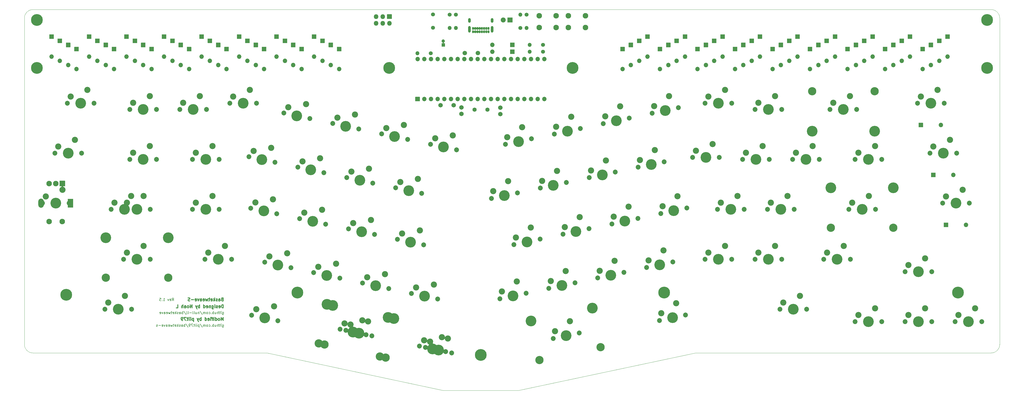
<source format=gbr>
%TF.GenerationSoftware,KiCad,Pcbnew,5.1.7-a382d34a8~88~ubuntu20.04.1*%
%TF.CreationDate,2021-02-22T02:05:46+01:00*%
%TF.ProjectId,basketweave,6261736b-6574-4776-9561-76652e6b6963,rev?*%
%TF.SameCoordinates,Original*%
%TF.FileFunction,Soldermask,Bot*%
%TF.FilePolarity,Negative*%
%FSLAX46Y46*%
G04 Gerber Fmt 4.6, Leading zero omitted, Abs format (unit mm)*
G04 Created by KiCad (PCBNEW 5.1.7-a382d34a8~88~ubuntu20.04.1) date 2021-02-22 02:05:46*
%MOMM*%
%LPD*%
G01*
G04 APERTURE LIST*
%ADD10C,0.300000*%
%ADD11C,0.200000*%
%TA.AperFunction,Profile*%
%ADD12C,0.050000*%
%TD*%
%ADD13C,2.352000*%
%ADD14C,4.089800*%
%ADD15C,1.852000*%
%ADD16O,1.702000X1.702000*%
%ADD17C,3.150000*%
%ADD18C,4.502000*%
%ADD19C,1.902000*%
%ADD20O,0.752000X1.102000*%
%ADD21O,1.002000X2.502000*%
%ADD22O,1.002000X1.802000*%
%ADD23C,2.102000*%
%ADD24O,1.802000X1.802000*%
%ADD25C,1.702000*%
%ADD26O,1.502000X1.502000*%
%ADD27C,1.502000*%
%ADD28C,1.602000*%
%ADD29C,1.302000*%
%ADD30C,0.150000*%
G04 APERTURE END LIST*
D10*
X100719285Y-190668285D02*
X100547857Y-190725428D01*
X100490714Y-190782571D01*
X100433571Y-190896857D01*
X100433571Y-191068285D01*
X100490714Y-191182571D01*
X100547857Y-191239714D01*
X100662142Y-191296857D01*
X101119285Y-191296857D01*
X101119285Y-190096857D01*
X100719285Y-190096857D01*
X100605000Y-190154000D01*
X100547857Y-190211142D01*
X100490714Y-190325428D01*
X100490714Y-190439714D01*
X100547857Y-190554000D01*
X100605000Y-190611142D01*
X100719285Y-190668285D01*
X101119285Y-190668285D01*
X99405000Y-191296857D02*
X99405000Y-190668285D01*
X99462142Y-190554000D01*
X99576428Y-190496857D01*
X99805000Y-190496857D01*
X99919285Y-190554000D01*
X99405000Y-191239714D02*
X99519285Y-191296857D01*
X99805000Y-191296857D01*
X99919285Y-191239714D01*
X99976428Y-191125428D01*
X99976428Y-191011142D01*
X99919285Y-190896857D01*
X99805000Y-190839714D01*
X99519285Y-190839714D01*
X99405000Y-190782571D01*
X98890714Y-191239714D02*
X98776428Y-191296857D01*
X98547857Y-191296857D01*
X98433571Y-191239714D01*
X98376428Y-191125428D01*
X98376428Y-191068285D01*
X98433571Y-190954000D01*
X98547857Y-190896857D01*
X98719285Y-190896857D01*
X98833571Y-190839714D01*
X98890714Y-190725428D01*
X98890714Y-190668285D01*
X98833571Y-190554000D01*
X98719285Y-190496857D01*
X98547857Y-190496857D01*
X98433571Y-190554000D01*
X97862142Y-191296857D02*
X97862142Y-190096857D01*
X97747857Y-190839714D02*
X97405000Y-191296857D01*
X97405000Y-190496857D02*
X97862142Y-190954000D01*
X96433571Y-191239714D02*
X96547857Y-191296857D01*
X96776428Y-191296857D01*
X96890714Y-191239714D01*
X96947857Y-191125428D01*
X96947857Y-190668285D01*
X96890714Y-190554000D01*
X96776428Y-190496857D01*
X96547857Y-190496857D01*
X96433571Y-190554000D01*
X96376428Y-190668285D01*
X96376428Y-190782571D01*
X96947857Y-190896857D01*
X96033571Y-190496857D02*
X95576428Y-190496857D01*
X95862142Y-190096857D02*
X95862142Y-191125428D01*
X95805000Y-191239714D01*
X95690714Y-191296857D01*
X95576428Y-191296857D01*
X95290714Y-190496857D02*
X95062142Y-191296857D01*
X94833571Y-190725428D01*
X94605000Y-191296857D01*
X94376428Y-190496857D01*
X93462142Y-191239714D02*
X93576428Y-191296857D01*
X93805000Y-191296857D01*
X93919285Y-191239714D01*
X93976428Y-191125428D01*
X93976428Y-190668285D01*
X93919285Y-190554000D01*
X93805000Y-190496857D01*
X93576428Y-190496857D01*
X93462142Y-190554000D01*
X93405000Y-190668285D01*
X93405000Y-190782571D01*
X93976428Y-190896857D01*
X92376428Y-191296857D02*
X92376428Y-190668285D01*
X92433571Y-190554000D01*
X92547857Y-190496857D01*
X92776428Y-190496857D01*
X92890714Y-190554000D01*
X92376428Y-191239714D02*
X92490714Y-191296857D01*
X92776428Y-191296857D01*
X92890714Y-191239714D01*
X92947857Y-191125428D01*
X92947857Y-191011142D01*
X92890714Y-190896857D01*
X92776428Y-190839714D01*
X92490714Y-190839714D01*
X92376428Y-190782571D01*
X91919285Y-190496857D02*
X91633571Y-191296857D01*
X91347857Y-190496857D01*
X90433571Y-191239714D02*
X90547857Y-191296857D01*
X90776428Y-191296857D01*
X90890714Y-191239714D01*
X90947857Y-191125428D01*
X90947857Y-190668285D01*
X90890714Y-190554000D01*
X90776428Y-190496857D01*
X90547857Y-190496857D01*
X90433571Y-190554000D01*
X90376428Y-190668285D01*
X90376428Y-190782571D01*
X90947857Y-190896857D01*
X89862142Y-190839714D02*
X88947857Y-190839714D01*
X88433571Y-191239714D02*
X88262142Y-191296857D01*
X87976428Y-191296857D01*
X87862142Y-191239714D01*
X87805000Y-191182571D01*
X87747857Y-191068285D01*
X87747857Y-190954000D01*
X87805000Y-190839714D01*
X87862142Y-190782571D01*
X87976428Y-190725428D01*
X88205000Y-190668285D01*
X88319285Y-190611142D01*
X88376428Y-190554000D01*
X88433571Y-190439714D01*
X88433571Y-190325428D01*
X88376428Y-190211142D01*
X88319285Y-190154000D01*
X88205000Y-190096857D01*
X87919285Y-190096857D01*
X87747857Y-190154000D01*
D11*
X100803333Y-200382214D02*
X100803333Y-201191738D01*
X100850952Y-201286976D01*
X100898571Y-201334595D01*
X100993809Y-201382214D01*
X101136666Y-201382214D01*
X101231904Y-201334595D01*
X100803333Y-201001261D02*
X100898571Y-201048880D01*
X101089047Y-201048880D01*
X101184285Y-201001261D01*
X101231904Y-200953642D01*
X101279523Y-200858404D01*
X101279523Y-200572690D01*
X101231904Y-200477452D01*
X101184285Y-200429833D01*
X101089047Y-200382214D01*
X100898571Y-200382214D01*
X100803333Y-200429833D01*
X100327142Y-201048880D02*
X100327142Y-200382214D01*
X100327142Y-200048880D02*
X100374761Y-200096500D01*
X100327142Y-200144119D01*
X100279523Y-200096500D01*
X100327142Y-200048880D01*
X100327142Y-200144119D01*
X99993809Y-200382214D02*
X99612857Y-200382214D01*
X99850952Y-200048880D02*
X99850952Y-200906023D01*
X99803333Y-201001261D01*
X99708095Y-201048880D01*
X99612857Y-201048880D01*
X99279523Y-201048880D02*
X99279523Y-200048880D01*
X98850952Y-201048880D02*
X98850952Y-200525071D01*
X98898571Y-200429833D01*
X98993809Y-200382214D01*
X99136666Y-200382214D01*
X99231904Y-200429833D01*
X99279523Y-200477452D01*
X97946190Y-200382214D02*
X97946190Y-201048880D01*
X98374761Y-200382214D02*
X98374761Y-200906023D01*
X98327142Y-201001261D01*
X98231904Y-201048880D01*
X98089047Y-201048880D01*
X97993809Y-201001261D01*
X97946190Y-200953642D01*
X97470000Y-201048880D02*
X97470000Y-200048880D01*
X97470000Y-200429833D02*
X97374761Y-200382214D01*
X97184285Y-200382214D01*
X97089047Y-200429833D01*
X97041428Y-200477452D01*
X96993809Y-200572690D01*
X96993809Y-200858404D01*
X97041428Y-200953642D01*
X97089047Y-201001261D01*
X97184285Y-201048880D01*
X97374761Y-201048880D01*
X97470000Y-201001261D01*
X96565238Y-200953642D02*
X96517619Y-201001261D01*
X96565238Y-201048880D01*
X96612857Y-201001261D01*
X96565238Y-200953642D01*
X96565238Y-201048880D01*
X95660476Y-201001261D02*
X95755714Y-201048880D01*
X95946190Y-201048880D01*
X96041428Y-201001261D01*
X96089047Y-200953642D01*
X96136666Y-200858404D01*
X96136666Y-200572690D01*
X96089047Y-200477452D01*
X96041428Y-200429833D01*
X95946190Y-200382214D01*
X95755714Y-200382214D01*
X95660476Y-200429833D01*
X95089047Y-201048880D02*
X95184285Y-201001261D01*
X95231904Y-200953642D01*
X95279523Y-200858404D01*
X95279523Y-200572690D01*
X95231904Y-200477452D01*
X95184285Y-200429833D01*
X95089047Y-200382214D01*
X94946190Y-200382214D01*
X94850952Y-200429833D01*
X94803333Y-200477452D01*
X94755714Y-200572690D01*
X94755714Y-200858404D01*
X94803333Y-200953642D01*
X94850952Y-201001261D01*
X94946190Y-201048880D01*
X95089047Y-201048880D01*
X94327142Y-201048880D02*
X94327142Y-200382214D01*
X94327142Y-200477452D02*
X94279523Y-200429833D01*
X94184285Y-200382214D01*
X94041428Y-200382214D01*
X93946190Y-200429833D01*
X93898571Y-200525071D01*
X93898571Y-201048880D01*
X93898571Y-200525071D02*
X93850952Y-200429833D01*
X93755714Y-200382214D01*
X93612857Y-200382214D01*
X93517619Y-200429833D01*
X93470000Y-200525071D01*
X93470000Y-201048880D01*
X92279523Y-200001261D02*
X93136666Y-201286976D01*
X91946190Y-200382214D02*
X91946190Y-201382214D01*
X91946190Y-200429833D02*
X91850952Y-200382214D01*
X91660476Y-200382214D01*
X91565238Y-200429833D01*
X91517619Y-200477452D01*
X91470000Y-200572690D01*
X91470000Y-200858404D01*
X91517619Y-200953642D01*
X91565238Y-201001261D01*
X91660476Y-201048880D01*
X91850952Y-201048880D01*
X91946190Y-201001261D01*
X91041428Y-201048880D02*
X91041428Y-200382214D01*
X91041428Y-200048880D02*
X91089047Y-200096500D01*
X91041428Y-200144119D01*
X90993809Y-200096500D01*
X91041428Y-200048880D01*
X91041428Y-200144119D01*
X90565238Y-201048880D02*
X90565238Y-200382214D01*
X90565238Y-200048880D02*
X90612857Y-200096500D01*
X90565238Y-200144119D01*
X90517619Y-200096500D01*
X90565238Y-200048880D01*
X90565238Y-200144119D01*
X90231904Y-200382214D02*
X89850952Y-200382214D01*
X90089047Y-200048880D02*
X90089047Y-200906023D01*
X90041428Y-201001261D01*
X89946190Y-201048880D01*
X89850952Y-201048880D01*
X89612857Y-200048880D02*
X88946190Y-200048880D01*
X89374761Y-201048880D01*
X88517619Y-201048880D02*
X88327142Y-201048880D01*
X88231904Y-201001261D01*
X88184285Y-200953642D01*
X88089047Y-200810785D01*
X88041428Y-200620309D01*
X88041428Y-200239357D01*
X88089047Y-200144119D01*
X88136666Y-200096500D01*
X88231904Y-200048880D01*
X88422380Y-200048880D01*
X88517619Y-200096500D01*
X88565238Y-200144119D01*
X88612857Y-200239357D01*
X88612857Y-200477452D01*
X88565238Y-200572690D01*
X88517619Y-200620309D01*
X88422380Y-200667928D01*
X88231904Y-200667928D01*
X88136666Y-200620309D01*
X88089047Y-200572690D01*
X88041428Y-200477452D01*
X86898571Y-200001261D02*
X87755714Y-201286976D01*
X86565238Y-201048880D02*
X86565238Y-200048880D01*
X86565238Y-200429833D02*
X86470000Y-200382214D01*
X86279523Y-200382214D01*
X86184285Y-200429833D01*
X86136666Y-200477452D01*
X86089047Y-200572690D01*
X86089047Y-200858404D01*
X86136666Y-200953642D01*
X86184285Y-201001261D01*
X86279523Y-201048880D01*
X86470000Y-201048880D01*
X86565238Y-201001261D01*
X85231904Y-201048880D02*
X85231904Y-200525071D01*
X85279523Y-200429833D01*
X85374761Y-200382214D01*
X85565238Y-200382214D01*
X85660476Y-200429833D01*
X85231904Y-201001261D02*
X85327142Y-201048880D01*
X85565238Y-201048880D01*
X85660476Y-201001261D01*
X85708095Y-200906023D01*
X85708095Y-200810785D01*
X85660476Y-200715547D01*
X85565238Y-200667928D01*
X85327142Y-200667928D01*
X85231904Y-200620309D01*
X84803333Y-201001261D02*
X84708095Y-201048880D01*
X84517619Y-201048880D01*
X84422380Y-201001261D01*
X84374761Y-200906023D01*
X84374761Y-200858404D01*
X84422380Y-200763166D01*
X84517619Y-200715547D01*
X84660476Y-200715547D01*
X84755714Y-200667928D01*
X84803333Y-200572690D01*
X84803333Y-200525071D01*
X84755714Y-200429833D01*
X84660476Y-200382214D01*
X84517619Y-200382214D01*
X84422380Y-200429833D01*
X83946190Y-201048880D02*
X83946190Y-200048880D01*
X83850952Y-200667928D02*
X83565238Y-201048880D01*
X83565238Y-200382214D02*
X83946190Y-200763166D01*
X82755714Y-201001261D02*
X82850952Y-201048880D01*
X83041428Y-201048880D01*
X83136666Y-201001261D01*
X83184285Y-200906023D01*
X83184285Y-200525071D01*
X83136666Y-200429833D01*
X83041428Y-200382214D01*
X82850952Y-200382214D01*
X82755714Y-200429833D01*
X82708095Y-200525071D01*
X82708095Y-200620309D01*
X83184285Y-200715547D01*
X82422380Y-200382214D02*
X82041428Y-200382214D01*
X82279523Y-200048880D02*
X82279523Y-200906023D01*
X82231904Y-201001261D01*
X82136666Y-201048880D01*
X82041428Y-201048880D01*
X81803333Y-200382214D02*
X81612857Y-201048880D01*
X81422380Y-200572690D01*
X81231904Y-201048880D01*
X81041428Y-200382214D01*
X80279523Y-201001261D02*
X80374761Y-201048880D01*
X80565238Y-201048880D01*
X80660476Y-201001261D01*
X80708095Y-200906023D01*
X80708095Y-200525071D01*
X80660476Y-200429833D01*
X80565238Y-200382214D01*
X80374761Y-200382214D01*
X80279523Y-200429833D01*
X80231904Y-200525071D01*
X80231904Y-200620309D01*
X80708095Y-200715547D01*
X79374761Y-201048880D02*
X79374761Y-200525071D01*
X79422380Y-200429833D01*
X79517619Y-200382214D01*
X79708095Y-200382214D01*
X79803333Y-200429833D01*
X79374761Y-201001261D02*
X79470000Y-201048880D01*
X79708095Y-201048880D01*
X79803333Y-201001261D01*
X79850952Y-200906023D01*
X79850952Y-200810785D01*
X79803333Y-200715547D01*
X79708095Y-200667928D01*
X79470000Y-200667928D01*
X79374761Y-200620309D01*
X78993809Y-200382214D02*
X78755714Y-201048880D01*
X78517619Y-200382214D01*
X77755714Y-201001261D02*
X77850952Y-201048880D01*
X78041428Y-201048880D01*
X78136666Y-201001261D01*
X78184285Y-200906023D01*
X78184285Y-200525071D01*
X78136666Y-200429833D01*
X78041428Y-200382214D01*
X77850952Y-200382214D01*
X77755714Y-200429833D01*
X77708095Y-200525071D01*
X77708095Y-200620309D01*
X78184285Y-200715547D01*
X77279523Y-200667928D02*
X76517619Y-200667928D01*
X76089047Y-201001261D02*
X75993809Y-201048880D01*
X75803333Y-201048880D01*
X75708095Y-201001261D01*
X75660476Y-200906023D01*
X75660476Y-200858404D01*
X75708095Y-200763166D01*
X75803333Y-200715547D01*
X75946190Y-200715547D01*
X76041428Y-200667928D01*
X76089047Y-200572690D01*
X76089047Y-200525071D01*
X76041428Y-200429833D01*
X75946190Y-200382214D01*
X75803333Y-200382214D01*
X75708095Y-200429833D01*
D10*
X101119285Y-198758107D02*
X101119285Y-197558107D01*
X100719285Y-198415250D01*
X100319285Y-197558107D01*
X100319285Y-198758107D01*
X99576428Y-198758107D02*
X99690714Y-198700964D01*
X99747857Y-198643821D01*
X99805000Y-198529535D01*
X99805000Y-198186678D01*
X99747857Y-198072392D01*
X99690714Y-198015250D01*
X99576428Y-197958107D01*
X99405000Y-197958107D01*
X99290714Y-198015250D01*
X99233571Y-198072392D01*
X99176428Y-198186678D01*
X99176428Y-198529535D01*
X99233571Y-198643821D01*
X99290714Y-198700964D01*
X99405000Y-198758107D01*
X99576428Y-198758107D01*
X98147857Y-198758107D02*
X98147857Y-197558107D01*
X98147857Y-198700964D02*
X98262142Y-198758107D01*
X98490714Y-198758107D01*
X98605000Y-198700964D01*
X98662142Y-198643821D01*
X98719285Y-198529535D01*
X98719285Y-198186678D01*
X98662142Y-198072392D01*
X98605000Y-198015250D01*
X98490714Y-197958107D01*
X98262142Y-197958107D01*
X98147857Y-198015250D01*
X97576428Y-198758107D02*
X97576428Y-197958107D01*
X97576428Y-197558107D02*
X97633571Y-197615250D01*
X97576428Y-197672392D01*
X97519285Y-197615250D01*
X97576428Y-197558107D01*
X97576428Y-197672392D01*
X97176428Y-197958107D02*
X96719285Y-197958107D01*
X97005000Y-198758107D02*
X97005000Y-197729535D01*
X96947857Y-197615250D01*
X96833571Y-197558107D01*
X96719285Y-197558107D01*
X96319285Y-198758107D02*
X96319285Y-197958107D01*
X96319285Y-197558107D02*
X96376428Y-197615250D01*
X96319285Y-197672392D01*
X96262142Y-197615250D01*
X96319285Y-197558107D01*
X96319285Y-197672392D01*
X95290714Y-198700964D02*
X95405000Y-198758107D01*
X95633571Y-198758107D01*
X95747857Y-198700964D01*
X95805000Y-198586678D01*
X95805000Y-198129535D01*
X95747857Y-198015250D01*
X95633571Y-197958107D01*
X95405000Y-197958107D01*
X95290714Y-198015250D01*
X95233571Y-198129535D01*
X95233571Y-198243821D01*
X95805000Y-198358107D01*
X94205000Y-198758107D02*
X94205000Y-197558107D01*
X94205000Y-198700964D02*
X94319285Y-198758107D01*
X94547857Y-198758107D01*
X94662142Y-198700964D01*
X94719285Y-198643821D01*
X94776428Y-198529535D01*
X94776428Y-198186678D01*
X94719285Y-198072392D01*
X94662142Y-198015250D01*
X94547857Y-197958107D01*
X94319285Y-197958107D01*
X94205000Y-198015250D01*
X92719285Y-198758107D02*
X92719285Y-197558107D01*
X92719285Y-198015250D02*
X92605000Y-197958107D01*
X92376428Y-197958107D01*
X92262142Y-198015250D01*
X92205000Y-198072392D01*
X92147857Y-198186678D01*
X92147857Y-198529535D01*
X92205000Y-198643821D01*
X92262142Y-198700964D01*
X92376428Y-198758107D01*
X92605000Y-198758107D01*
X92719285Y-198700964D01*
X91747857Y-197958107D02*
X91462142Y-198758107D01*
X91176428Y-197958107D02*
X91462142Y-198758107D01*
X91576428Y-199043821D01*
X91633571Y-199100964D01*
X91747857Y-199158107D01*
X89805000Y-197958107D02*
X89805000Y-199158107D01*
X89805000Y-198015250D02*
X89690714Y-197958107D01*
X89462142Y-197958107D01*
X89347857Y-198015250D01*
X89290714Y-198072392D01*
X89233571Y-198186678D01*
X89233571Y-198529535D01*
X89290714Y-198643821D01*
X89347857Y-198700964D01*
X89462142Y-198758107D01*
X89690714Y-198758107D01*
X89805000Y-198700964D01*
X88719285Y-198758107D02*
X88719285Y-197958107D01*
X88719285Y-197558107D02*
X88776428Y-197615250D01*
X88719285Y-197672392D01*
X88662142Y-197615250D01*
X88719285Y-197558107D01*
X88719285Y-197672392D01*
X88147857Y-198758107D02*
X88147857Y-197958107D01*
X88147857Y-197558107D02*
X88205000Y-197615250D01*
X88147857Y-197672392D01*
X88090714Y-197615250D01*
X88147857Y-197558107D01*
X88147857Y-197672392D01*
X87747857Y-197958107D02*
X87290714Y-197958107D01*
X87576428Y-197558107D02*
X87576428Y-198586678D01*
X87519285Y-198700964D01*
X87405000Y-198758107D01*
X87290714Y-198758107D01*
X87005000Y-197558107D02*
X86205000Y-197558107D01*
X86719285Y-198758107D01*
X85690714Y-198758107D02*
X85462142Y-198758107D01*
X85347857Y-198700964D01*
X85290714Y-198643821D01*
X85176428Y-198472392D01*
X85119285Y-198243821D01*
X85119285Y-197786678D01*
X85176428Y-197672392D01*
X85233571Y-197615250D01*
X85347857Y-197558107D01*
X85576428Y-197558107D01*
X85690714Y-197615250D01*
X85747857Y-197672392D01*
X85805000Y-197786678D01*
X85805000Y-198072392D01*
X85747857Y-198186678D01*
X85690714Y-198243821D01*
X85576428Y-198300964D01*
X85347857Y-198300964D01*
X85233571Y-198243821D01*
X85176428Y-198186678D01*
X85119285Y-198072392D01*
D11*
X81610476Y-191206380D02*
X81943809Y-190730190D01*
X82181904Y-191206380D02*
X82181904Y-190206380D01*
X81800952Y-190206380D01*
X81705714Y-190254000D01*
X81658095Y-190301619D01*
X81610476Y-190396857D01*
X81610476Y-190539714D01*
X81658095Y-190634952D01*
X81705714Y-190682571D01*
X81800952Y-190730190D01*
X82181904Y-190730190D01*
X80800952Y-191158761D02*
X80896190Y-191206380D01*
X81086666Y-191206380D01*
X81181904Y-191158761D01*
X81229523Y-191063523D01*
X81229523Y-190682571D01*
X81181904Y-190587333D01*
X81086666Y-190539714D01*
X80896190Y-190539714D01*
X80800952Y-190587333D01*
X80753333Y-190682571D01*
X80753333Y-190777809D01*
X81229523Y-190873047D01*
X80420000Y-190539714D02*
X80181904Y-191206380D01*
X79943809Y-190539714D01*
X78277142Y-191206380D02*
X78848571Y-191206380D01*
X78562857Y-191206380D02*
X78562857Y-190206380D01*
X78658095Y-190349238D01*
X78753333Y-190444476D01*
X78848571Y-190492095D01*
X77848571Y-191111142D02*
X77800952Y-191158761D01*
X77848571Y-191206380D01*
X77896190Y-191158761D01*
X77848571Y-191111142D01*
X77848571Y-191206380D01*
X76896190Y-190206380D02*
X77372380Y-190206380D01*
X77420000Y-190682571D01*
X77372380Y-190634952D01*
X77277142Y-190587333D01*
X77039047Y-190587333D01*
X76943809Y-190634952D01*
X76896190Y-190682571D01*
X76848571Y-190777809D01*
X76848571Y-191015904D01*
X76896190Y-191111142D01*
X76943809Y-191158761D01*
X77039047Y-191206380D01*
X77277142Y-191206380D01*
X77372380Y-191158761D01*
X77420000Y-191111142D01*
X100803333Y-195556214D02*
X100803333Y-196365738D01*
X100850952Y-196460976D01*
X100898571Y-196508595D01*
X100993809Y-196556214D01*
X101136666Y-196556214D01*
X101231904Y-196508595D01*
X100803333Y-196175261D02*
X100898571Y-196222880D01*
X101089047Y-196222880D01*
X101184285Y-196175261D01*
X101231904Y-196127642D01*
X101279523Y-196032404D01*
X101279523Y-195746690D01*
X101231904Y-195651452D01*
X101184285Y-195603833D01*
X101089047Y-195556214D01*
X100898571Y-195556214D01*
X100803333Y-195603833D01*
X100327142Y-196222880D02*
X100327142Y-195556214D01*
X100327142Y-195222880D02*
X100374761Y-195270500D01*
X100327142Y-195318119D01*
X100279523Y-195270500D01*
X100327142Y-195222880D01*
X100327142Y-195318119D01*
X99993809Y-195556214D02*
X99612857Y-195556214D01*
X99850952Y-195222880D02*
X99850952Y-196080023D01*
X99803333Y-196175261D01*
X99708095Y-196222880D01*
X99612857Y-196222880D01*
X99279523Y-196222880D02*
X99279523Y-195222880D01*
X98850952Y-196222880D02*
X98850952Y-195699071D01*
X98898571Y-195603833D01*
X98993809Y-195556214D01*
X99136666Y-195556214D01*
X99231904Y-195603833D01*
X99279523Y-195651452D01*
X97946190Y-195556214D02*
X97946190Y-196222880D01*
X98374761Y-195556214D02*
X98374761Y-196080023D01*
X98327142Y-196175261D01*
X98231904Y-196222880D01*
X98089047Y-196222880D01*
X97993809Y-196175261D01*
X97946190Y-196127642D01*
X97470000Y-196222880D02*
X97470000Y-195222880D01*
X97470000Y-195603833D02*
X97374761Y-195556214D01*
X97184285Y-195556214D01*
X97089047Y-195603833D01*
X97041428Y-195651452D01*
X96993809Y-195746690D01*
X96993809Y-196032404D01*
X97041428Y-196127642D01*
X97089047Y-196175261D01*
X97184285Y-196222880D01*
X97374761Y-196222880D01*
X97470000Y-196175261D01*
X96565238Y-196127642D02*
X96517619Y-196175261D01*
X96565238Y-196222880D01*
X96612857Y-196175261D01*
X96565238Y-196127642D01*
X96565238Y-196222880D01*
X95660476Y-196175261D02*
X95755714Y-196222880D01*
X95946190Y-196222880D01*
X96041428Y-196175261D01*
X96089047Y-196127642D01*
X96136666Y-196032404D01*
X96136666Y-195746690D01*
X96089047Y-195651452D01*
X96041428Y-195603833D01*
X95946190Y-195556214D01*
X95755714Y-195556214D01*
X95660476Y-195603833D01*
X95089047Y-196222880D02*
X95184285Y-196175261D01*
X95231904Y-196127642D01*
X95279523Y-196032404D01*
X95279523Y-195746690D01*
X95231904Y-195651452D01*
X95184285Y-195603833D01*
X95089047Y-195556214D01*
X94946190Y-195556214D01*
X94850952Y-195603833D01*
X94803333Y-195651452D01*
X94755714Y-195746690D01*
X94755714Y-196032404D01*
X94803333Y-196127642D01*
X94850952Y-196175261D01*
X94946190Y-196222880D01*
X95089047Y-196222880D01*
X94327142Y-196222880D02*
X94327142Y-195556214D01*
X94327142Y-195651452D02*
X94279523Y-195603833D01*
X94184285Y-195556214D01*
X94041428Y-195556214D01*
X93946190Y-195603833D01*
X93898571Y-195699071D01*
X93898571Y-196222880D01*
X93898571Y-195699071D02*
X93850952Y-195603833D01*
X93755714Y-195556214D01*
X93612857Y-195556214D01*
X93517619Y-195603833D01*
X93470000Y-195699071D01*
X93470000Y-196222880D01*
X92279523Y-195175261D02*
X93136666Y-196460976D01*
X91946190Y-195556214D02*
X91946190Y-196222880D01*
X91946190Y-195651452D02*
X91898571Y-195603833D01*
X91803333Y-195556214D01*
X91660476Y-195556214D01*
X91565238Y-195603833D01*
X91517619Y-195699071D01*
X91517619Y-196222880D01*
X90612857Y-195556214D02*
X90612857Y-196222880D01*
X91041428Y-195556214D02*
X91041428Y-196080023D01*
X90993809Y-196175261D01*
X90898571Y-196222880D01*
X90755714Y-196222880D01*
X90660476Y-196175261D01*
X90612857Y-196127642D01*
X89993809Y-196222880D02*
X90089047Y-196175261D01*
X90136666Y-196080023D01*
X90136666Y-195222880D01*
X89470000Y-196222880D02*
X89565238Y-196175261D01*
X89612857Y-196080023D01*
X89612857Y-195222880D01*
X89089047Y-195841928D02*
X88327142Y-195841928D01*
X87708095Y-196222880D02*
X87803333Y-196175261D01*
X87850952Y-196080023D01*
X87850952Y-195222880D01*
X87184285Y-196222880D02*
X87279523Y-196175261D01*
X87327142Y-196080023D01*
X87327142Y-195222880D01*
X86089047Y-195175261D02*
X86946190Y-196460976D01*
X85755714Y-196222880D02*
X85755714Y-195222880D01*
X85755714Y-195603833D02*
X85660476Y-195556214D01*
X85470000Y-195556214D01*
X85374761Y-195603833D01*
X85327142Y-195651452D01*
X85279523Y-195746690D01*
X85279523Y-196032404D01*
X85327142Y-196127642D01*
X85374761Y-196175261D01*
X85470000Y-196222880D01*
X85660476Y-196222880D01*
X85755714Y-196175261D01*
X84422380Y-196222880D02*
X84422380Y-195699071D01*
X84470000Y-195603833D01*
X84565238Y-195556214D01*
X84755714Y-195556214D01*
X84850952Y-195603833D01*
X84422380Y-196175261D02*
X84517619Y-196222880D01*
X84755714Y-196222880D01*
X84850952Y-196175261D01*
X84898571Y-196080023D01*
X84898571Y-195984785D01*
X84850952Y-195889547D01*
X84755714Y-195841928D01*
X84517619Y-195841928D01*
X84422380Y-195794309D01*
X83993809Y-196175261D02*
X83898571Y-196222880D01*
X83708095Y-196222880D01*
X83612857Y-196175261D01*
X83565238Y-196080023D01*
X83565238Y-196032404D01*
X83612857Y-195937166D01*
X83708095Y-195889547D01*
X83850952Y-195889547D01*
X83946190Y-195841928D01*
X83993809Y-195746690D01*
X83993809Y-195699071D01*
X83946190Y-195603833D01*
X83850952Y-195556214D01*
X83708095Y-195556214D01*
X83612857Y-195603833D01*
X83136666Y-196222880D02*
X83136666Y-195222880D01*
X83041428Y-195841928D02*
X82755714Y-196222880D01*
X82755714Y-195556214D02*
X83136666Y-195937166D01*
X81946190Y-196175261D02*
X82041428Y-196222880D01*
X82231904Y-196222880D01*
X82327142Y-196175261D01*
X82374761Y-196080023D01*
X82374761Y-195699071D01*
X82327142Y-195603833D01*
X82231904Y-195556214D01*
X82041428Y-195556214D01*
X81946190Y-195603833D01*
X81898571Y-195699071D01*
X81898571Y-195794309D01*
X82374761Y-195889547D01*
X81612857Y-195556214D02*
X81231904Y-195556214D01*
X81470000Y-195222880D02*
X81470000Y-196080023D01*
X81422380Y-196175261D01*
X81327142Y-196222880D01*
X81231904Y-196222880D01*
X80993809Y-195556214D02*
X80803333Y-196222880D01*
X80612857Y-195746690D01*
X80422380Y-196222880D01*
X80231904Y-195556214D01*
X79470000Y-196175261D02*
X79565238Y-196222880D01*
X79755714Y-196222880D01*
X79850952Y-196175261D01*
X79898571Y-196080023D01*
X79898571Y-195699071D01*
X79850952Y-195603833D01*
X79755714Y-195556214D01*
X79565238Y-195556214D01*
X79470000Y-195603833D01*
X79422380Y-195699071D01*
X79422380Y-195794309D01*
X79898571Y-195889547D01*
X78565238Y-196222880D02*
X78565238Y-195699071D01*
X78612857Y-195603833D01*
X78708095Y-195556214D01*
X78898571Y-195556214D01*
X78993809Y-195603833D01*
X78565238Y-196175261D02*
X78660476Y-196222880D01*
X78898571Y-196222880D01*
X78993809Y-196175261D01*
X79041428Y-196080023D01*
X79041428Y-195984785D01*
X78993809Y-195889547D01*
X78898571Y-195841928D01*
X78660476Y-195841928D01*
X78565238Y-195794309D01*
X78184285Y-195556214D02*
X77946190Y-196222880D01*
X77708095Y-195556214D01*
X76946190Y-196175261D02*
X77041428Y-196222880D01*
X77231904Y-196222880D01*
X77327142Y-196175261D01*
X77374761Y-196080023D01*
X77374761Y-195699071D01*
X77327142Y-195603833D01*
X77231904Y-195556214D01*
X77041428Y-195556214D01*
X76946190Y-195603833D01*
X76898571Y-195699071D01*
X76898571Y-195794309D01*
X77374761Y-195889547D01*
D10*
X101119285Y-193932107D02*
X101119285Y-192732107D01*
X100833571Y-192732107D01*
X100662142Y-192789250D01*
X100547857Y-192903535D01*
X100490714Y-193017821D01*
X100433571Y-193246392D01*
X100433571Y-193417821D01*
X100490714Y-193646392D01*
X100547857Y-193760678D01*
X100662142Y-193874964D01*
X100833571Y-193932107D01*
X101119285Y-193932107D01*
X99462142Y-193874964D02*
X99576428Y-193932107D01*
X99805000Y-193932107D01*
X99919285Y-193874964D01*
X99976428Y-193760678D01*
X99976428Y-193303535D01*
X99919285Y-193189250D01*
X99805000Y-193132107D01*
X99576428Y-193132107D01*
X99462142Y-193189250D01*
X99405000Y-193303535D01*
X99405000Y-193417821D01*
X99976428Y-193532107D01*
X98947857Y-193874964D02*
X98833571Y-193932107D01*
X98605000Y-193932107D01*
X98490714Y-193874964D01*
X98433571Y-193760678D01*
X98433571Y-193703535D01*
X98490714Y-193589250D01*
X98605000Y-193532107D01*
X98776428Y-193532107D01*
X98890714Y-193474964D01*
X98947857Y-193360678D01*
X98947857Y-193303535D01*
X98890714Y-193189250D01*
X98776428Y-193132107D01*
X98605000Y-193132107D01*
X98490714Y-193189250D01*
X97919285Y-193932107D02*
X97919285Y-193132107D01*
X97919285Y-192732107D02*
X97976428Y-192789250D01*
X97919285Y-192846392D01*
X97862142Y-192789250D01*
X97919285Y-192732107D01*
X97919285Y-192846392D01*
X96833571Y-193132107D02*
X96833571Y-194103535D01*
X96890714Y-194217821D01*
X96947857Y-194274964D01*
X97062142Y-194332107D01*
X97233571Y-194332107D01*
X97347857Y-194274964D01*
X96833571Y-193874964D02*
X96947857Y-193932107D01*
X97176428Y-193932107D01*
X97290714Y-193874964D01*
X97347857Y-193817821D01*
X97405000Y-193703535D01*
X97405000Y-193360678D01*
X97347857Y-193246392D01*
X97290714Y-193189250D01*
X97176428Y-193132107D01*
X96947857Y-193132107D01*
X96833571Y-193189250D01*
X96262142Y-193132107D02*
X96262142Y-193932107D01*
X96262142Y-193246392D02*
X96205000Y-193189250D01*
X96090714Y-193132107D01*
X95919285Y-193132107D01*
X95805000Y-193189250D01*
X95747857Y-193303535D01*
X95747857Y-193932107D01*
X94719285Y-193874964D02*
X94833571Y-193932107D01*
X95062142Y-193932107D01*
X95176428Y-193874964D01*
X95233571Y-193760678D01*
X95233571Y-193303535D01*
X95176428Y-193189250D01*
X95062142Y-193132107D01*
X94833571Y-193132107D01*
X94719285Y-193189250D01*
X94662142Y-193303535D01*
X94662142Y-193417821D01*
X95233571Y-193532107D01*
X93633571Y-193932107D02*
X93633571Y-192732107D01*
X93633571Y-193874964D02*
X93747857Y-193932107D01*
X93976428Y-193932107D01*
X94090714Y-193874964D01*
X94147857Y-193817821D01*
X94205000Y-193703535D01*
X94205000Y-193360678D01*
X94147857Y-193246392D01*
X94090714Y-193189250D01*
X93976428Y-193132107D01*
X93747857Y-193132107D01*
X93633571Y-193189250D01*
X92147857Y-193932107D02*
X92147857Y-192732107D01*
X92147857Y-193189250D02*
X92033571Y-193132107D01*
X91805000Y-193132107D01*
X91690714Y-193189250D01*
X91633571Y-193246392D01*
X91576428Y-193360678D01*
X91576428Y-193703535D01*
X91633571Y-193817821D01*
X91690714Y-193874964D01*
X91805000Y-193932107D01*
X92033571Y-193932107D01*
X92147857Y-193874964D01*
X91176428Y-193132107D02*
X90890714Y-193932107D01*
X90605000Y-193132107D02*
X90890714Y-193932107D01*
X91005000Y-194217821D01*
X91062142Y-194274964D01*
X91176428Y-194332107D01*
X89233571Y-193932107D02*
X89233571Y-192732107D01*
X88547857Y-193932107D01*
X88547857Y-192732107D01*
X87805000Y-193932107D02*
X87919285Y-193874964D01*
X87976428Y-193817821D01*
X88033571Y-193703535D01*
X88033571Y-193360678D01*
X87976428Y-193246392D01*
X87919285Y-193189250D01*
X87805000Y-193132107D01*
X87633571Y-193132107D01*
X87519285Y-193189250D01*
X87462142Y-193246392D01*
X87405000Y-193360678D01*
X87405000Y-193703535D01*
X87462142Y-193817821D01*
X87519285Y-193874964D01*
X87633571Y-193932107D01*
X87805000Y-193932107D01*
X86376428Y-193932107D02*
X86376428Y-193303535D01*
X86433571Y-193189250D01*
X86547857Y-193132107D01*
X86776428Y-193132107D01*
X86890714Y-193189250D01*
X86376428Y-193874964D02*
X86490714Y-193932107D01*
X86776428Y-193932107D01*
X86890714Y-193874964D01*
X86947857Y-193760678D01*
X86947857Y-193646392D01*
X86890714Y-193532107D01*
X86776428Y-193474964D01*
X86490714Y-193474964D01*
X86376428Y-193417821D01*
X85805000Y-193932107D02*
X85805000Y-192732107D01*
X85290714Y-193932107D02*
X85290714Y-193303535D01*
X85347857Y-193189250D01*
X85462142Y-193132107D01*
X85633571Y-193132107D01*
X85747857Y-193189250D01*
X85805000Y-193246392D01*
X83233571Y-193932107D02*
X83805000Y-193932107D01*
X83805000Y-192732107D01*
D12*
X25400000Y-83343750D02*
G75*
G02*
X28575000Y-80168750I3175000J0D01*
G01*
X184943750Y-225425000D02*
X213518750Y-225425000D01*
X28575000Y-211137500D02*
G75*
G02*
X25400000Y-207962500I0J3175000D01*
G01*
X396875000Y-207962500D02*
G75*
G02*
X393700000Y-211137500I-3175000J0D01*
G01*
X393700000Y-80168750D02*
G75*
G02*
X396875000Y-83343750I0J-3175000D01*
G01*
X280987500Y-211137500D02*
X213518750Y-225425000D01*
X393700000Y-211137500D02*
X280987500Y-211137500D01*
X117824250Y-211137500D02*
X184943750Y-225425000D01*
X28575000Y-211137500D02*
X117824250Y-211137500D01*
X396875000Y-83343750D02*
X396875000Y-207962500D01*
X28575000Y-80168750D02*
X393700000Y-80168750D01*
X25400000Y-83343750D02*
X25400000Y-207962500D01*
D10*
X100719285Y-190668285D02*
X100547857Y-190725428D01*
X100490714Y-190782571D01*
X100433571Y-190896857D01*
X100433571Y-191068285D01*
X100490714Y-191182571D01*
X100547857Y-191239714D01*
X100662142Y-191296857D01*
X101119285Y-191296857D01*
X101119285Y-190096857D01*
X100719285Y-190096857D01*
X100605000Y-190154000D01*
X100547857Y-190211142D01*
X100490714Y-190325428D01*
X100490714Y-190439714D01*
X100547857Y-190554000D01*
X100605000Y-190611142D01*
X100719285Y-190668285D01*
X101119285Y-190668285D01*
X99405000Y-191296857D02*
X99405000Y-190668285D01*
X99462142Y-190554000D01*
X99576428Y-190496857D01*
X99805000Y-190496857D01*
X99919285Y-190554000D01*
X99405000Y-191239714D02*
X99519285Y-191296857D01*
X99805000Y-191296857D01*
X99919285Y-191239714D01*
X99976428Y-191125428D01*
X99976428Y-191011142D01*
X99919285Y-190896857D01*
X99805000Y-190839714D01*
X99519285Y-190839714D01*
X99405000Y-190782571D01*
X98890714Y-191239714D02*
X98776428Y-191296857D01*
X98547857Y-191296857D01*
X98433571Y-191239714D01*
X98376428Y-191125428D01*
X98376428Y-191068285D01*
X98433571Y-190954000D01*
X98547857Y-190896857D01*
X98719285Y-190896857D01*
X98833571Y-190839714D01*
X98890714Y-190725428D01*
X98890714Y-190668285D01*
X98833571Y-190554000D01*
X98719285Y-190496857D01*
X98547857Y-190496857D01*
X98433571Y-190554000D01*
X97862142Y-191296857D02*
X97862142Y-190096857D01*
X97747857Y-190839714D02*
X97405000Y-191296857D01*
X97405000Y-190496857D02*
X97862142Y-190954000D01*
X96433571Y-191239714D02*
X96547857Y-191296857D01*
X96776428Y-191296857D01*
X96890714Y-191239714D01*
X96947857Y-191125428D01*
X96947857Y-190668285D01*
X96890714Y-190554000D01*
X96776428Y-190496857D01*
X96547857Y-190496857D01*
X96433571Y-190554000D01*
X96376428Y-190668285D01*
X96376428Y-190782571D01*
X96947857Y-190896857D01*
X96033571Y-190496857D02*
X95576428Y-190496857D01*
X95862142Y-190096857D02*
X95862142Y-191125428D01*
X95805000Y-191239714D01*
X95690714Y-191296857D01*
X95576428Y-191296857D01*
X95290714Y-190496857D02*
X95062142Y-191296857D01*
X94833571Y-190725428D01*
X94605000Y-191296857D01*
X94376428Y-190496857D01*
X93462142Y-191239714D02*
X93576428Y-191296857D01*
X93805000Y-191296857D01*
X93919285Y-191239714D01*
X93976428Y-191125428D01*
X93976428Y-190668285D01*
X93919285Y-190554000D01*
X93805000Y-190496857D01*
X93576428Y-190496857D01*
X93462142Y-190554000D01*
X93405000Y-190668285D01*
X93405000Y-190782571D01*
X93976428Y-190896857D01*
X92376428Y-191296857D02*
X92376428Y-190668285D01*
X92433571Y-190554000D01*
X92547857Y-190496857D01*
X92776428Y-190496857D01*
X92890714Y-190554000D01*
X92376428Y-191239714D02*
X92490714Y-191296857D01*
X92776428Y-191296857D01*
X92890714Y-191239714D01*
X92947857Y-191125428D01*
X92947857Y-191011142D01*
X92890714Y-190896857D01*
X92776428Y-190839714D01*
X92490714Y-190839714D01*
X92376428Y-190782571D01*
X91919285Y-190496857D02*
X91633571Y-191296857D01*
X91347857Y-190496857D01*
X90433571Y-191239714D02*
X90547857Y-191296857D01*
X90776428Y-191296857D01*
X90890714Y-191239714D01*
X90947857Y-191125428D01*
X90947857Y-190668285D01*
X90890714Y-190554000D01*
X90776428Y-190496857D01*
X90547857Y-190496857D01*
X90433571Y-190554000D01*
X90376428Y-190668285D01*
X90376428Y-190782571D01*
X90947857Y-190896857D01*
X89862142Y-190839714D02*
X88947857Y-190839714D01*
X88433571Y-191239714D02*
X88262142Y-191296857D01*
X87976428Y-191296857D01*
X87862142Y-191239714D01*
X87805000Y-191182571D01*
X87747857Y-191068285D01*
X87747857Y-190954000D01*
X87805000Y-190839714D01*
X87862142Y-190782571D01*
X87976428Y-190725428D01*
X88205000Y-190668285D01*
X88319285Y-190611142D01*
X88376428Y-190554000D01*
X88433571Y-190439714D01*
X88433571Y-190325428D01*
X88376428Y-190211142D01*
X88319285Y-190154000D01*
X88205000Y-190096857D01*
X87919285Y-190096857D01*
X87747857Y-190154000D01*
D11*
X100803333Y-200382214D02*
X100803333Y-201191738D01*
X100850952Y-201286976D01*
X100898571Y-201334595D01*
X100993809Y-201382214D01*
X101136666Y-201382214D01*
X101231904Y-201334595D01*
X100803333Y-201001261D02*
X100898571Y-201048880D01*
X101089047Y-201048880D01*
X101184285Y-201001261D01*
X101231904Y-200953642D01*
X101279523Y-200858404D01*
X101279523Y-200572690D01*
X101231904Y-200477452D01*
X101184285Y-200429833D01*
X101089047Y-200382214D01*
X100898571Y-200382214D01*
X100803333Y-200429833D01*
X100327142Y-201048880D02*
X100327142Y-200382214D01*
X100327142Y-200048880D02*
X100374761Y-200096500D01*
X100327142Y-200144119D01*
X100279523Y-200096500D01*
X100327142Y-200048880D01*
X100327142Y-200144119D01*
X99993809Y-200382214D02*
X99612857Y-200382214D01*
X99850952Y-200048880D02*
X99850952Y-200906023D01*
X99803333Y-201001261D01*
X99708095Y-201048880D01*
X99612857Y-201048880D01*
X99279523Y-201048880D02*
X99279523Y-200048880D01*
X98850952Y-201048880D02*
X98850952Y-200525071D01*
X98898571Y-200429833D01*
X98993809Y-200382214D01*
X99136666Y-200382214D01*
X99231904Y-200429833D01*
X99279523Y-200477452D01*
X97946190Y-200382214D02*
X97946190Y-201048880D01*
X98374761Y-200382214D02*
X98374761Y-200906023D01*
X98327142Y-201001261D01*
X98231904Y-201048880D01*
X98089047Y-201048880D01*
X97993809Y-201001261D01*
X97946190Y-200953642D01*
X97470000Y-201048880D02*
X97470000Y-200048880D01*
X97470000Y-200429833D02*
X97374761Y-200382214D01*
X97184285Y-200382214D01*
X97089047Y-200429833D01*
X97041428Y-200477452D01*
X96993809Y-200572690D01*
X96993809Y-200858404D01*
X97041428Y-200953642D01*
X97089047Y-201001261D01*
X97184285Y-201048880D01*
X97374761Y-201048880D01*
X97470000Y-201001261D01*
X96565238Y-200953642D02*
X96517619Y-201001261D01*
X96565238Y-201048880D01*
X96612857Y-201001261D01*
X96565238Y-200953642D01*
X96565238Y-201048880D01*
X95660476Y-201001261D02*
X95755714Y-201048880D01*
X95946190Y-201048880D01*
X96041428Y-201001261D01*
X96089047Y-200953642D01*
X96136666Y-200858404D01*
X96136666Y-200572690D01*
X96089047Y-200477452D01*
X96041428Y-200429833D01*
X95946190Y-200382214D01*
X95755714Y-200382214D01*
X95660476Y-200429833D01*
X95089047Y-201048880D02*
X95184285Y-201001261D01*
X95231904Y-200953642D01*
X95279523Y-200858404D01*
X95279523Y-200572690D01*
X95231904Y-200477452D01*
X95184285Y-200429833D01*
X95089047Y-200382214D01*
X94946190Y-200382214D01*
X94850952Y-200429833D01*
X94803333Y-200477452D01*
X94755714Y-200572690D01*
X94755714Y-200858404D01*
X94803333Y-200953642D01*
X94850952Y-201001261D01*
X94946190Y-201048880D01*
X95089047Y-201048880D01*
X94327142Y-201048880D02*
X94327142Y-200382214D01*
X94327142Y-200477452D02*
X94279523Y-200429833D01*
X94184285Y-200382214D01*
X94041428Y-200382214D01*
X93946190Y-200429833D01*
X93898571Y-200525071D01*
X93898571Y-201048880D01*
X93898571Y-200525071D02*
X93850952Y-200429833D01*
X93755714Y-200382214D01*
X93612857Y-200382214D01*
X93517619Y-200429833D01*
X93470000Y-200525071D01*
X93470000Y-201048880D01*
X92279523Y-200001261D02*
X93136666Y-201286976D01*
X91946190Y-200382214D02*
X91946190Y-201382214D01*
X91946190Y-200429833D02*
X91850952Y-200382214D01*
X91660476Y-200382214D01*
X91565238Y-200429833D01*
X91517619Y-200477452D01*
X91470000Y-200572690D01*
X91470000Y-200858404D01*
X91517619Y-200953642D01*
X91565238Y-201001261D01*
X91660476Y-201048880D01*
X91850952Y-201048880D01*
X91946190Y-201001261D01*
X91041428Y-201048880D02*
X91041428Y-200382214D01*
X91041428Y-200048880D02*
X91089047Y-200096500D01*
X91041428Y-200144119D01*
X90993809Y-200096500D01*
X91041428Y-200048880D01*
X91041428Y-200144119D01*
X90565238Y-201048880D02*
X90565238Y-200382214D01*
X90565238Y-200048880D02*
X90612857Y-200096500D01*
X90565238Y-200144119D01*
X90517619Y-200096500D01*
X90565238Y-200048880D01*
X90565238Y-200144119D01*
X90231904Y-200382214D02*
X89850952Y-200382214D01*
X90089047Y-200048880D02*
X90089047Y-200906023D01*
X90041428Y-201001261D01*
X89946190Y-201048880D01*
X89850952Y-201048880D01*
X89612857Y-200048880D02*
X88946190Y-200048880D01*
X89374761Y-201048880D01*
X88517619Y-201048880D02*
X88327142Y-201048880D01*
X88231904Y-201001261D01*
X88184285Y-200953642D01*
X88089047Y-200810785D01*
X88041428Y-200620309D01*
X88041428Y-200239357D01*
X88089047Y-200144119D01*
X88136666Y-200096500D01*
X88231904Y-200048880D01*
X88422380Y-200048880D01*
X88517619Y-200096500D01*
X88565238Y-200144119D01*
X88612857Y-200239357D01*
X88612857Y-200477452D01*
X88565238Y-200572690D01*
X88517619Y-200620309D01*
X88422380Y-200667928D01*
X88231904Y-200667928D01*
X88136666Y-200620309D01*
X88089047Y-200572690D01*
X88041428Y-200477452D01*
X86898571Y-200001261D02*
X87755714Y-201286976D01*
X86565238Y-201048880D02*
X86565238Y-200048880D01*
X86565238Y-200429833D02*
X86470000Y-200382214D01*
X86279523Y-200382214D01*
X86184285Y-200429833D01*
X86136666Y-200477452D01*
X86089047Y-200572690D01*
X86089047Y-200858404D01*
X86136666Y-200953642D01*
X86184285Y-201001261D01*
X86279523Y-201048880D01*
X86470000Y-201048880D01*
X86565238Y-201001261D01*
X85231904Y-201048880D02*
X85231904Y-200525071D01*
X85279523Y-200429833D01*
X85374761Y-200382214D01*
X85565238Y-200382214D01*
X85660476Y-200429833D01*
X85231904Y-201001261D02*
X85327142Y-201048880D01*
X85565238Y-201048880D01*
X85660476Y-201001261D01*
X85708095Y-200906023D01*
X85708095Y-200810785D01*
X85660476Y-200715547D01*
X85565238Y-200667928D01*
X85327142Y-200667928D01*
X85231904Y-200620309D01*
X84803333Y-201001261D02*
X84708095Y-201048880D01*
X84517619Y-201048880D01*
X84422380Y-201001261D01*
X84374761Y-200906023D01*
X84374761Y-200858404D01*
X84422380Y-200763166D01*
X84517619Y-200715547D01*
X84660476Y-200715547D01*
X84755714Y-200667928D01*
X84803333Y-200572690D01*
X84803333Y-200525071D01*
X84755714Y-200429833D01*
X84660476Y-200382214D01*
X84517619Y-200382214D01*
X84422380Y-200429833D01*
X83946190Y-201048880D02*
X83946190Y-200048880D01*
X83850952Y-200667928D02*
X83565238Y-201048880D01*
X83565238Y-200382214D02*
X83946190Y-200763166D01*
X82755714Y-201001261D02*
X82850952Y-201048880D01*
X83041428Y-201048880D01*
X83136666Y-201001261D01*
X83184285Y-200906023D01*
X83184285Y-200525071D01*
X83136666Y-200429833D01*
X83041428Y-200382214D01*
X82850952Y-200382214D01*
X82755714Y-200429833D01*
X82708095Y-200525071D01*
X82708095Y-200620309D01*
X83184285Y-200715547D01*
X82422380Y-200382214D02*
X82041428Y-200382214D01*
X82279523Y-200048880D02*
X82279523Y-200906023D01*
X82231904Y-201001261D01*
X82136666Y-201048880D01*
X82041428Y-201048880D01*
X81803333Y-200382214D02*
X81612857Y-201048880D01*
X81422380Y-200572690D01*
X81231904Y-201048880D01*
X81041428Y-200382214D01*
X80279523Y-201001261D02*
X80374761Y-201048880D01*
X80565238Y-201048880D01*
X80660476Y-201001261D01*
X80708095Y-200906023D01*
X80708095Y-200525071D01*
X80660476Y-200429833D01*
X80565238Y-200382214D01*
X80374761Y-200382214D01*
X80279523Y-200429833D01*
X80231904Y-200525071D01*
X80231904Y-200620309D01*
X80708095Y-200715547D01*
X79374761Y-201048880D02*
X79374761Y-200525071D01*
X79422380Y-200429833D01*
X79517619Y-200382214D01*
X79708095Y-200382214D01*
X79803333Y-200429833D01*
X79374761Y-201001261D02*
X79470000Y-201048880D01*
X79708095Y-201048880D01*
X79803333Y-201001261D01*
X79850952Y-200906023D01*
X79850952Y-200810785D01*
X79803333Y-200715547D01*
X79708095Y-200667928D01*
X79470000Y-200667928D01*
X79374761Y-200620309D01*
X78993809Y-200382214D02*
X78755714Y-201048880D01*
X78517619Y-200382214D01*
X77755714Y-201001261D02*
X77850952Y-201048880D01*
X78041428Y-201048880D01*
X78136666Y-201001261D01*
X78184285Y-200906023D01*
X78184285Y-200525071D01*
X78136666Y-200429833D01*
X78041428Y-200382214D01*
X77850952Y-200382214D01*
X77755714Y-200429833D01*
X77708095Y-200525071D01*
X77708095Y-200620309D01*
X78184285Y-200715547D01*
X77279523Y-200667928D02*
X76517619Y-200667928D01*
X76089047Y-201001261D02*
X75993809Y-201048880D01*
X75803333Y-201048880D01*
X75708095Y-201001261D01*
X75660476Y-200906023D01*
X75660476Y-200858404D01*
X75708095Y-200763166D01*
X75803333Y-200715547D01*
X75946190Y-200715547D01*
X76041428Y-200667928D01*
X76089047Y-200572690D01*
X76089047Y-200525071D01*
X76041428Y-200429833D01*
X75946190Y-200382214D01*
X75803333Y-200382214D01*
X75708095Y-200429833D01*
D10*
X101119285Y-198758107D02*
X101119285Y-197558107D01*
X100719285Y-198415250D01*
X100319285Y-197558107D01*
X100319285Y-198758107D01*
X99576428Y-198758107D02*
X99690714Y-198700964D01*
X99747857Y-198643821D01*
X99805000Y-198529535D01*
X99805000Y-198186678D01*
X99747857Y-198072392D01*
X99690714Y-198015250D01*
X99576428Y-197958107D01*
X99405000Y-197958107D01*
X99290714Y-198015250D01*
X99233571Y-198072392D01*
X99176428Y-198186678D01*
X99176428Y-198529535D01*
X99233571Y-198643821D01*
X99290714Y-198700964D01*
X99405000Y-198758107D01*
X99576428Y-198758107D01*
X98147857Y-198758107D02*
X98147857Y-197558107D01*
X98147857Y-198700964D02*
X98262142Y-198758107D01*
X98490714Y-198758107D01*
X98605000Y-198700964D01*
X98662142Y-198643821D01*
X98719285Y-198529535D01*
X98719285Y-198186678D01*
X98662142Y-198072392D01*
X98605000Y-198015250D01*
X98490714Y-197958107D01*
X98262142Y-197958107D01*
X98147857Y-198015250D01*
X97576428Y-198758107D02*
X97576428Y-197958107D01*
X97576428Y-197558107D02*
X97633571Y-197615250D01*
X97576428Y-197672392D01*
X97519285Y-197615250D01*
X97576428Y-197558107D01*
X97576428Y-197672392D01*
X97176428Y-197958107D02*
X96719285Y-197958107D01*
X97005000Y-198758107D02*
X97005000Y-197729535D01*
X96947857Y-197615250D01*
X96833571Y-197558107D01*
X96719285Y-197558107D01*
X96319285Y-198758107D02*
X96319285Y-197958107D01*
X96319285Y-197558107D02*
X96376428Y-197615250D01*
X96319285Y-197672392D01*
X96262142Y-197615250D01*
X96319285Y-197558107D01*
X96319285Y-197672392D01*
X95290714Y-198700964D02*
X95405000Y-198758107D01*
X95633571Y-198758107D01*
X95747857Y-198700964D01*
X95805000Y-198586678D01*
X95805000Y-198129535D01*
X95747857Y-198015250D01*
X95633571Y-197958107D01*
X95405000Y-197958107D01*
X95290714Y-198015250D01*
X95233571Y-198129535D01*
X95233571Y-198243821D01*
X95805000Y-198358107D01*
X94205000Y-198758107D02*
X94205000Y-197558107D01*
X94205000Y-198700964D02*
X94319285Y-198758107D01*
X94547857Y-198758107D01*
X94662142Y-198700964D01*
X94719285Y-198643821D01*
X94776428Y-198529535D01*
X94776428Y-198186678D01*
X94719285Y-198072392D01*
X94662142Y-198015250D01*
X94547857Y-197958107D01*
X94319285Y-197958107D01*
X94205000Y-198015250D01*
X92719285Y-198758107D02*
X92719285Y-197558107D01*
X92719285Y-198015250D02*
X92605000Y-197958107D01*
X92376428Y-197958107D01*
X92262142Y-198015250D01*
X92205000Y-198072392D01*
X92147857Y-198186678D01*
X92147857Y-198529535D01*
X92205000Y-198643821D01*
X92262142Y-198700964D01*
X92376428Y-198758107D01*
X92605000Y-198758107D01*
X92719285Y-198700964D01*
X91747857Y-197958107D02*
X91462142Y-198758107D01*
X91176428Y-197958107D02*
X91462142Y-198758107D01*
X91576428Y-199043821D01*
X91633571Y-199100964D01*
X91747857Y-199158107D01*
X89805000Y-197958107D02*
X89805000Y-199158107D01*
X89805000Y-198015250D02*
X89690714Y-197958107D01*
X89462142Y-197958107D01*
X89347857Y-198015250D01*
X89290714Y-198072392D01*
X89233571Y-198186678D01*
X89233571Y-198529535D01*
X89290714Y-198643821D01*
X89347857Y-198700964D01*
X89462142Y-198758107D01*
X89690714Y-198758107D01*
X89805000Y-198700964D01*
X88719285Y-198758107D02*
X88719285Y-197958107D01*
X88719285Y-197558107D02*
X88776428Y-197615250D01*
X88719285Y-197672392D01*
X88662142Y-197615250D01*
X88719285Y-197558107D01*
X88719285Y-197672392D01*
X88147857Y-198758107D02*
X88147857Y-197958107D01*
X88147857Y-197558107D02*
X88205000Y-197615250D01*
X88147857Y-197672392D01*
X88090714Y-197615250D01*
X88147857Y-197558107D01*
X88147857Y-197672392D01*
X87747857Y-197958107D02*
X87290714Y-197958107D01*
X87576428Y-197558107D02*
X87576428Y-198586678D01*
X87519285Y-198700964D01*
X87405000Y-198758107D01*
X87290714Y-198758107D01*
X87005000Y-197558107D02*
X86205000Y-197558107D01*
X86719285Y-198758107D01*
X85690714Y-198758107D02*
X85462142Y-198758107D01*
X85347857Y-198700964D01*
X85290714Y-198643821D01*
X85176428Y-198472392D01*
X85119285Y-198243821D01*
X85119285Y-197786678D01*
X85176428Y-197672392D01*
X85233571Y-197615250D01*
X85347857Y-197558107D01*
X85576428Y-197558107D01*
X85690714Y-197615250D01*
X85747857Y-197672392D01*
X85805000Y-197786678D01*
X85805000Y-198072392D01*
X85747857Y-198186678D01*
X85690714Y-198243821D01*
X85576428Y-198300964D01*
X85347857Y-198300964D01*
X85233571Y-198243821D01*
X85176428Y-198186678D01*
X85119285Y-198072392D01*
D11*
X81610476Y-191206380D02*
X81943809Y-190730190D01*
X82181904Y-191206380D02*
X82181904Y-190206380D01*
X81800952Y-190206380D01*
X81705714Y-190254000D01*
X81658095Y-190301619D01*
X81610476Y-190396857D01*
X81610476Y-190539714D01*
X81658095Y-190634952D01*
X81705714Y-190682571D01*
X81800952Y-190730190D01*
X82181904Y-190730190D01*
X80800952Y-191158761D02*
X80896190Y-191206380D01*
X81086666Y-191206380D01*
X81181904Y-191158761D01*
X81229523Y-191063523D01*
X81229523Y-190682571D01*
X81181904Y-190587333D01*
X81086666Y-190539714D01*
X80896190Y-190539714D01*
X80800952Y-190587333D01*
X80753333Y-190682571D01*
X80753333Y-190777809D01*
X81229523Y-190873047D01*
X80420000Y-190539714D02*
X80181904Y-191206380D01*
X79943809Y-190539714D01*
X78277142Y-191206380D02*
X78848571Y-191206380D01*
X78562857Y-191206380D02*
X78562857Y-190206380D01*
X78658095Y-190349238D01*
X78753333Y-190444476D01*
X78848571Y-190492095D01*
X77848571Y-191111142D02*
X77800952Y-191158761D01*
X77848571Y-191206380D01*
X77896190Y-191158761D01*
X77848571Y-191111142D01*
X77848571Y-191206380D01*
X76896190Y-190206380D02*
X77372380Y-190206380D01*
X77420000Y-190682571D01*
X77372380Y-190634952D01*
X77277142Y-190587333D01*
X77039047Y-190587333D01*
X76943809Y-190634952D01*
X76896190Y-190682571D01*
X76848571Y-190777809D01*
X76848571Y-191015904D01*
X76896190Y-191111142D01*
X76943809Y-191158761D01*
X77039047Y-191206380D01*
X77277142Y-191206380D01*
X77372380Y-191158761D01*
X77420000Y-191111142D01*
X100803333Y-195556214D02*
X100803333Y-196365738D01*
X100850952Y-196460976D01*
X100898571Y-196508595D01*
X100993809Y-196556214D01*
X101136666Y-196556214D01*
X101231904Y-196508595D01*
X100803333Y-196175261D02*
X100898571Y-196222880D01*
X101089047Y-196222880D01*
X101184285Y-196175261D01*
X101231904Y-196127642D01*
X101279523Y-196032404D01*
X101279523Y-195746690D01*
X101231904Y-195651452D01*
X101184285Y-195603833D01*
X101089047Y-195556214D01*
X100898571Y-195556214D01*
X100803333Y-195603833D01*
X100327142Y-196222880D02*
X100327142Y-195556214D01*
X100327142Y-195222880D02*
X100374761Y-195270500D01*
X100327142Y-195318119D01*
X100279523Y-195270500D01*
X100327142Y-195222880D01*
X100327142Y-195318119D01*
X99993809Y-195556214D02*
X99612857Y-195556214D01*
X99850952Y-195222880D02*
X99850952Y-196080023D01*
X99803333Y-196175261D01*
X99708095Y-196222880D01*
X99612857Y-196222880D01*
X99279523Y-196222880D02*
X99279523Y-195222880D01*
X98850952Y-196222880D02*
X98850952Y-195699071D01*
X98898571Y-195603833D01*
X98993809Y-195556214D01*
X99136666Y-195556214D01*
X99231904Y-195603833D01*
X99279523Y-195651452D01*
X97946190Y-195556214D02*
X97946190Y-196222880D01*
X98374761Y-195556214D02*
X98374761Y-196080023D01*
X98327142Y-196175261D01*
X98231904Y-196222880D01*
X98089047Y-196222880D01*
X97993809Y-196175261D01*
X97946190Y-196127642D01*
X97470000Y-196222880D02*
X97470000Y-195222880D01*
X97470000Y-195603833D02*
X97374761Y-195556214D01*
X97184285Y-195556214D01*
X97089047Y-195603833D01*
X97041428Y-195651452D01*
X96993809Y-195746690D01*
X96993809Y-196032404D01*
X97041428Y-196127642D01*
X97089047Y-196175261D01*
X97184285Y-196222880D01*
X97374761Y-196222880D01*
X97470000Y-196175261D01*
X96565238Y-196127642D02*
X96517619Y-196175261D01*
X96565238Y-196222880D01*
X96612857Y-196175261D01*
X96565238Y-196127642D01*
X96565238Y-196222880D01*
X95660476Y-196175261D02*
X95755714Y-196222880D01*
X95946190Y-196222880D01*
X96041428Y-196175261D01*
X96089047Y-196127642D01*
X96136666Y-196032404D01*
X96136666Y-195746690D01*
X96089047Y-195651452D01*
X96041428Y-195603833D01*
X95946190Y-195556214D01*
X95755714Y-195556214D01*
X95660476Y-195603833D01*
X95089047Y-196222880D02*
X95184285Y-196175261D01*
X95231904Y-196127642D01*
X95279523Y-196032404D01*
X95279523Y-195746690D01*
X95231904Y-195651452D01*
X95184285Y-195603833D01*
X95089047Y-195556214D01*
X94946190Y-195556214D01*
X94850952Y-195603833D01*
X94803333Y-195651452D01*
X94755714Y-195746690D01*
X94755714Y-196032404D01*
X94803333Y-196127642D01*
X94850952Y-196175261D01*
X94946190Y-196222880D01*
X95089047Y-196222880D01*
X94327142Y-196222880D02*
X94327142Y-195556214D01*
X94327142Y-195651452D02*
X94279523Y-195603833D01*
X94184285Y-195556214D01*
X94041428Y-195556214D01*
X93946190Y-195603833D01*
X93898571Y-195699071D01*
X93898571Y-196222880D01*
X93898571Y-195699071D02*
X93850952Y-195603833D01*
X93755714Y-195556214D01*
X93612857Y-195556214D01*
X93517619Y-195603833D01*
X93470000Y-195699071D01*
X93470000Y-196222880D01*
X92279523Y-195175261D02*
X93136666Y-196460976D01*
X91946190Y-195556214D02*
X91946190Y-196222880D01*
X91946190Y-195651452D02*
X91898571Y-195603833D01*
X91803333Y-195556214D01*
X91660476Y-195556214D01*
X91565238Y-195603833D01*
X91517619Y-195699071D01*
X91517619Y-196222880D01*
X90612857Y-195556214D02*
X90612857Y-196222880D01*
X91041428Y-195556214D02*
X91041428Y-196080023D01*
X90993809Y-196175261D01*
X90898571Y-196222880D01*
X90755714Y-196222880D01*
X90660476Y-196175261D01*
X90612857Y-196127642D01*
X89993809Y-196222880D02*
X90089047Y-196175261D01*
X90136666Y-196080023D01*
X90136666Y-195222880D01*
X89470000Y-196222880D02*
X89565238Y-196175261D01*
X89612857Y-196080023D01*
X89612857Y-195222880D01*
X89089047Y-195841928D02*
X88327142Y-195841928D01*
X87708095Y-196222880D02*
X87803333Y-196175261D01*
X87850952Y-196080023D01*
X87850952Y-195222880D01*
X87184285Y-196222880D02*
X87279523Y-196175261D01*
X87327142Y-196080023D01*
X87327142Y-195222880D01*
X86089047Y-195175261D02*
X86946190Y-196460976D01*
X85755714Y-196222880D02*
X85755714Y-195222880D01*
X85755714Y-195603833D02*
X85660476Y-195556214D01*
X85470000Y-195556214D01*
X85374761Y-195603833D01*
X85327142Y-195651452D01*
X85279523Y-195746690D01*
X85279523Y-196032404D01*
X85327142Y-196127642D01*
X85374761Y-196175261D01*
X85470000Y-196222880D01*
X85660476Y-196222880D01*
X85755714Y-196175261D01*
X84422380Y-196222880D02*
X84422380Y-195699071D01*
X84470000Y-195603833D01*
X84565238Y-195556214D01*
X84755714Y-195556214D01*
X84850952Y-195603833D01*
X84422380Y-196175261D02*
X84517619Y-196222880D01*
X84755714Y-196222880D01*
X84850952Y-196175261D01*
X84898571Y-196080023D01*
X84898571Y-195984785D01*
X84850952Y-195889547D01*
X84755714Y-195841928D01*
X84517619Y-195841928D01*
X84422380Y-195794309D01*
X83993809Y-196175261D02*
X83898571Y-196222880D01*
X83708095Y-196222880D01*
X83612857Y-196175261D01*
X83565238Y-196080023D01*
X83565238Y-196032404D01*
X83612857Y-195937166D01*
X83708095Y-195889547D01*
X83850952Y-195889547D01*
X83946190Y-195841928D01*
X83993809Y-195746690D01*
X83993809Y-195699071D01*
X83946190Y-195603833D01*
X83850952Y-195556214D01*
X83708095Y-195556214D01*
X83612857Y-195603833D01*
X83136666Y-196222880D02*
X83136666Y-195222880D01*
X83041428Y-195841928D02*
X82755714Y-196222880D01*
X82755714Y-195556214D02*
X83136666Y-195937166D01*
X81946190Y-196175261D02*
X82041428Y-196222880D01*
X82231904Y-196222880D01*
X82327142Y-196175261D01*
X82374761Y-196080023D01*
X82374761Y-195699071D01*
X82327142Y-195603833D01*
X82231904Y-195556214D01*
X82041428Y-195556214D01*
X81946190Y-195603833D01*
X81898571Y-195699071D01*
X81898571Y-195794309D01*
X82374761Y-195889547D01*
X81612857Y-195556214D02*
X81231904Y-195556214D01*
X81470000Y-195222880D02*
X81470000Y-196080023D01*
X81422380Y-196175261D01*
X81327142Y-196222880D01*
X81231904Y-196222880D01*
X80993809Y-195556214D02*
X80803333Y-196222880D01*
X80612857Y-195746690D01*
X80422380Y-196222880D01*
X80231904Y-195556214D01*
X79470000Y-196175261D02*
X79565238Y-196222880D01*
X79755714Y-196222880D01*
X79850952Y-196175261D01*
X79898571Y-196080023D01*
X79898571Y-195699071D01*
X79850952Y-195603833D01*
X79755714Y-195556214D01*
X79565238Y-195556214D01*
X79470000Y-195603833D01*
X79422380Y-195699071D01*
X79422380Y-195794309D01*
X79898571Y-195889547D01*
X78565238Y-196222880D02*
X78565238Y-195699071D01*
X78612857Y-195603833D01*
X78708095Y-195556214D01*
X78898571Y-195556214D01*
X78993809Y-195603833D01*
X78565238Y-196175261D02*
X78660476Y-196222880D01*
X78898571Y-196222880D01*
X78993809Y-196175261D01*
X79041428Y-196080023D01*
X79041428Y-195984785D01*
X78993809Y-195889547D01*
X78898571Y-195841928D01*
X78660476Y-195841928D01*
X78565238Y-195794309D01*
X78184285Y-195556214D02*
X77946190Y-196222880D01*
X77708095Y-195556214D01*
X76946190Y-196175261D02*
X77041428Y-196222880D01*
X77231904Y-196222880D01*
X77327142Y-196175261D01*
X77374761Y-196080023D01*
X77374761Y-195699071D01*
X77327142Y-195603833D01*
X77231904Y-195556214D01*
X77041428Y-195556214D01*
X76946190Y-195603833D01*
X76898571Y-195699071D01*
X76898571Y-195794309D01*
X77374761Y-195889547D01*
D10*
X101119285Y-193932107D02*
X101119285Y-192732107D01*
X100833571Y-192732107D01*
X100662142Y-192789250D01*
X100547857Y-192903535D01*
X100490714Y-193017821D01*
X100433571Y-193246392D01*
X100433571Y-193417821D01*
X100490714Y-193646392D01*
X100547857Y-193760678D01*
X100662142Y-193874964D01*
X100833571Y-193932107D01*
X101119285Y-193932107D01*
X99462142Y-193874964D02*
X99576428Y-193932107D01*
X99805000Y-193932107D01*
X99919285Y-193874964D01*
X99976428Y-193760678D01*
X99976428Y-193303535D01*
X99919285Y-193189250D01*
X99805000Y-193132107D01*
X99576428Y-193132107D01*
X99462142Y-193189250D01*
X99405000Y-193303535D01*
X99405000Y-193417821D01*
X99976428Y-193532107D01*
X98947857Y-193874964D02*
X98833571Y-193932107D01*
X98605000Y-193932107D01*
X98490714Y-193874964D01*
X98433571Y-193760678D01*
X98433571Y-193703535D01*
X98490714Y-193589250D01*
X98605000Y-193532107D01*
X98776428Y-193532107D01*
X98890714Y-193474964D01*
X98947857Y-193360678D01*
X98947857Y-193303535D01*
X98890714Y-193189250D01*
X98776428Y-193132107D01*
X98605000Y-193132107D01*
X98490714Y-193189250D01*
X97919285Y-193932107D02*
X97919285Y-193132107D01*
X97919285Y-192732107D02*
X97976428Y-192789250D01*
X97919285Y-192846392D01*
X97862142Y-192789250D01*
X97919285Y-192732107D01*
X97919285Y-192846392D01*
X96833571Y-193132107D02*
X96833571Y-194103535D01*
X96890714Y-194217821D01*
X96947857Y-194274964D01*
X97062142Y-194332107D01*
X97233571Y-194332107D01*
X97347857Y-194274964D01*
X96833571Y-193874964D02*
X96947857Y-193932107D01*
X97176428Y-193932107D01*
X97290714Y-193874964D01*
X97347857Y-193817821D01*
X97405000Y-193703535D01*
X97405000Y-193360678D01*
X97347857Y-193246392D01*
X97290714Y-193189250D01*
X97176428Y-193132107D01*
X96947857Y-193132107D01*
X96833571Y-193189250D01*
X96262142Y-193132107D02*
X96262142Y-193932107D01*
X96262142Y-193246392D02*
X96205000Y-193189250D01*
X96090714Y-193132107D01*
X95919285Y-193132107D01*
X95805000Y-193189250D01*
X95747857Y-193303535D01*
X95747857Y-193932107D01*
X94719285Y-193874964D02*
X94833571Y-193932107D01*
X95062142Y-193932107D01*
X95176428Y-193874964D01*
X95233571Y-193760678D01*
X95233571Y-193303535D01*
X95176428Y-193189250D01*
X95062142Y-193132107D01*
X94833571Y-193132107D01*
X94719285Y-193189250D01*
X94662142Y-193303535D01*
X94662142Y-193417821D01*
X95233571Y-193532107D01*
X93633571Y-193932107D02*
X93633571Y-192732107D01*
X93633571Y-193874964D02*
X93747857Y-193932107D01*
X93976428Y-193932107D01*
X94090714Y-193874964D01*
X94147857Y-193817821D01*
X94205000Y-193703535D01*
X94205000Y-193360678D01*
X94147857Y-193246392D01*
X94090714Y-193189250D01*
X93976428Y-193132107D01*
X93747857Y-193132107D01*
X93633571Y-193189250D01*
X92147857Y-193932107D02*
X92147857Y-192732107D01*
X92147857Y-193189250D02*
X92033571Y-193132107D01*
X91805000Y-193132107D01*
X91690714Y-193189250D01*
X91633571Y-193246392D01*
X91576428Y-193360678D01*
X91576428Y-193703535D01*
X91633571Y-193817821D01*
X91690714Y-193874964D01*
X91805000Y-193932107D01*
X92033571Y-193932107D01*
X92147857Y-193874964D01*
X91176428Y-193132107D02*
X90890714Y-193932107D01*
X90605000Y-193132107D02*
X90890714Y-193932107D01*
X91005000Y-194217821D01*
X91062142Y-194274964D01*
X91176428Y-194332107D01*
X89233571Y-193932107D02*
X89233571Y-192732107D01*
X88547857Y-193932107D01*
X88547857Y-192732107D01*
X87805000Y-193932107D02*
X87919285Y-193874964D01*
X87976428Y-193817821D01*
X88033571Y-193703535D01*
X88033571Y-193360678D01*
X87976428Y-193246392D01*
X87919285Y-193189250D01*
X87805000Y-193132107D01*
X87633571Y-193132107D01*
X87519285Y-193189250D01*
X87462142Y-193246392D01*
X87405000Y-193360678D01*
X87405000Y-193703535D01*
X87462142Y-193817821D01*
X87519285Y-193874964D01*
X87633571Y-193932107D01*
X87805000Y-193932107D01*
X86376428Y-193932107D02*
X86376428Y-193303535D01*
X86433571Y-193189250D01*
X86547857Y-193132107D01*
X86776428Y-193132107D01*
X86890714Y-193189250D01*
X86376428Y-193874964D02*
X86490714Y-193932107D01*
X86776428Y-193932107D01*
X86890714Y-193874964D01*
X86947857Y-193760678D01*
X86947857Y-193646392D01*
X86890714Y-193532107D01*
X86776428Y-193474964D01*
X86490714Y-193474964D01*
X86376428Y-193417821D01*
X85805000Y-193932107D02*
X85805000Y-192732107D01*
X85290714Y-193932107D02*
X85290714Y-193303535D01*
X85347857Y-193189250D01*
X85462142Y-193132107D01*
X85633571Y-193132107D01*
X85747857Y-193189250D01*
X85805000Y-193246392D01*
X83233571Y-193932107D02*
X83805000Y-193932107D01*
X83805000Y-192732107D01*
D12*
X25400000Y-83343750D02*
G75*
G02*
X28575000Y-80168750I3175000J0D01*
G01*
X184943750Y-225425000D02*
X213518750Y-225425000D01*
X28575000Y-211137500D02*
G75*
G02*
X25400000Y-207962500I0J3175000D01*
G01*
X396875000Y-207962500D02*
G75*
G02*
X393700000Y-211137500I-3175000J0D01*
G01*
X393700000Y-80168750D02*
G75*
G02*
X396875000Y-83343750I0J-3175000D01*
G01*
X280987500Y-211137500D02*
X213518750Y-225425000D01*
X393700000Y-211137500D02*
X280987500Y-211137500D01*
X117824250Y-211137500D02*
X184943750Y-225425000D01*
X28575000Y-211137500D02*
X117824250Y-211137500D01*
X396875000Y-83343750D02*
X396875000Y-207962500D01*
X28575000Y-80168750D02*
X393700000Y-80168750D01*
X25400000Y-83343750D02*
X25400000Y-207962500D01*
D13*
X39846250Y-148907500D03*
D14*
X37306250Y-153987500D03*
D13*
X33496250Y-151447500D03*
D15*
X32226250Y-153987500D03*
X42386250Y-153987500D03*
D13*
X44608750Y-129857500D03*
D14*
X42068750Y-134937500D03*
D13*
X38258750Y-132397500D03*
D15*
X36988750Y-134937500D03*
X47148750Y-134937500D03*
D13*
X377983750Y-129857500D03*
D14*
X375443750Y-134937500D03*
D13*
X371633750Y-132397500D03*
D15*
X370363750Y-134937500D03*
X380523750Y-134937500D03*
D13*
X373221250Y-110807500D03*
D14*
X370681250Y-115887500D03*
D13*
X366871250Y-113347500D03*
D15*
X365601250Y-115887500D03*
X375761250Y-115887500D03*
D13*
X382746250Y-148907500D03*
D14*
X380206250Y-153987500D03*
D13*
X376396250Y-151447500D03*
D15*
X375126250Y-153987500D03*
X385286250Y-153987500D03*
D16*
X384048000Y-162306000D03*
G36*
G01*
X375577000Y-163106000D02*
X375577000Y-161506000D01*
G75*
G02*
X375628000Y-161455000I51000J0D01*
G01*
X377228000Y-161455000D01*
G75*
G02*
X377279000Y-161506000I0J-51000D01*
G01*
X377279000Y-163106000D01*
G75*
G02*
X377228000Y-163157000I-51000J0D01*
G01*
X375628000Y-163157000D01*
G75*
G02*
X375577000Y-163106000I0J51000D01*
G01*
G37*
X379222000Y-143256000D03*
G36*
G01*
X370751000Y-144056000D02*
X370751000Y-142456000D01*
G75*
G02*
X370802000Y-142405000I51000J0D01*
G01*
X372402000Y-142405000D01*
G75*
G02*
X372453000Y-142456000I0J-51000D01*
G01*
X372453000Y-144056000D01*
G75*
G02*
X372402000Y-144107000I-51000J0D01*
G01*
X370802000Y-144107000D01*
G75*
G02*
X370751000Y-144056000I0J51000D01*
G01*
G37*
X374459500Y-124206000D03*
G36*
G01*
X365988500Y-125006000D02*
X365988500Y-123406000D01*
G75*
G02*
X366039500Y-123355000I51000J0D01*
G01*
X367639500Y-123355000D01*
G75*
G02*
X367690500Y-123406000I0J-51000D01*
G01*
X367690500Y-125006000D01*
G75*
G02*
X367639500Y-125057000I-51000J0D01*
G01*
X366039500Y-125057000D01*
G75*
G02*
X365988500Y-125006000I0J51000D01*
G01*
G37*
D13*
X233181626Y-199061357D03*
D14*
X231753322Y-204558443D03*
D13*
X227498484Y-202866092D03*
D15*
X226784332Y-205614634D03*
X236722312Y-203502252D03*
D17*
X221559515Y-213866253D03*
X244851655Y-208915355D03*
D14*
X218390941Y-198959283D03*
X241683081Y-194008386D03*
D13*
X156321686Y-199140106D03*
D14*
X152781000Y-203581000D03*
D13*
X149582353Y-200304362D03*
D15*
X147812010Y-202524809D03*
X157749990Y-204637191D03*
D17*
X139682667Y-207937912D03*
X162974807Y-212888810D03*
D14*
X142851241Y-193030943D03*
X166143381Y-197981840D03*
D13*
X186674686Y-205617106D03*
D14*
X183134000Y-210058000D03*
D13*
X179935353Y-206781362D03*
D15*
X178165010Y-209001809D03*
X188102990Y-211114191D03*
X277225240Y-196638536D03*
X267287260Y-198750918D03*
D13*
X268001412Y-196002376D03*
D14*
X272256250Y-197694727D03*
D13*
X273684554Y-192197641D03*
D18*
X269081250Y-188118750D03*
D14*
X349250000Y-126523750D03*
X325437500Y-126523750D03*
D17*
X349250000Y-111283750D03*
X325437500Y-111283750D03*
D15*
X342423750Y-118268750D03*
X332263750Y-118268750D03*
D13*
X333533750Y-115728750D03*
D14*
X337343750Y-118268750D03*
D13*
X339883750Y-113188750D03*
D15*
X75723750Y-137318750D03*
X65563750Y-137318750D03*
D13*
X66833750Y-134778750D03*
D14*
X70643750Y-137318750D03*
D13*
X73183750Y-132238750D03*
D15*
X351948750Y-137318750D03*
X341788750Y-137318750D03*
D13*
X343058750Y-134778750D03*
D14*
X346868750Y-137318750D03*
D13*
X349408750Y-132238750D03*
D15*
X68580000Y-156368750D03*
X58420000Y-156368750D03*
D13*
X59690000Y-153828750D03*
D14*
X63500000Y-156368750D03*
D13*
X66040000Y-151288750D03*
D15*
X73342500Y-156368750D03*
X63182500Y-156368750D03*
D13*
X64452500Y-153828750D03*
D14*
X68262500Y-156368750D03*
D13*
X70802500Y-151288750D03*
X347027500Y-151288750D03*
D14*
X344487500Y-156368750D03*
D13*
X340677500Y-153828750D03*
D15*
X339407500Y-156368750D03*
X349567500Y-156368750D03*
D17*
X332581250Y-163353750D03*
X356393750Y-163353750D03*
D14*
X332581250Y-148113750D03*
X356393750Y-148113750D03*
D13*
X70802500Y-170338750D03*
D14*
X68262500Y-175418750D03*
D13*
X64452500Y-172878750D03*
D15*
X63182500Y-175418750D03*
X73342500Y-175418750D03*
D17*
X56356250Y-182403750D03*
X80168750Y-182403750D03*
D14*
X56356250Y-167163750D03*
X80168750Y-167163750D03*
D15*
X340042500Y-175418750D03*
X329882500Y-175418750D03*
D13*
X331152500Y-172878750D03*
D14*
X334962500Y-175418750D03*
D13*
X337502500Y-170338750D03*
D15*
X66198750Y-194468750D03*
X56038750Y-194468750D03*
D13*
X57308750Y-191928750D03*
D14*
X61118750Y-194468750D03*
D13*
X63658750Y-189388750D03*
D15*
X121904240Y-198829622D03*
X111966260Y-196717240D03*
D13*
X113736603Y-194496793D03*
D14*
X116935250Y-197773431D03*
D13*
X120475936Y-193332537D03*
X154098377Y-198710984D03*
D14*
X150557691Y-203151878D03*
D13*
X147359044Y-199875240D03*
D15*
X145588701Y-202095687D03*
X155526681Y-204208069D03*
D17*
X137459358Y-207508790D03*
X160751498Y-212459688D03*
D14*
X140627932Y-192601821D03*
X163920072Y-197552718D03*
D15*
X185806463Y-210644235D03*
X175868483Y-208531853D03*
D13*
X177638826Y-206311406D03*
D14*
X180837473Y-209588044D03*
D13*
X184378159Y-205147150D03*
D15*
X323373750Y-194468750D03*
X313213750Y-194468750D03*
D13*
X314483750Y-191928750D03*
D14*
X318293750Y-194468750D03*
D13*
X320833750Y-189388750D03*
D15*
X218550227Y-129462495D03*
X208612247Y-131574877D03*
D13*
X209326399Y-128826335D03*
D14*
X213581237Y-130518686D03*
D13*
X215009541Y-125021600D03*
D15*
X171369552Y-129673222D03*
X161431572Y-127560840D03*
D13*
X163201915Y-125340393D03*
D14*
X166400562Y-128617031D03*
D13*
X169941248Y-124176137D03*
D15*
X190003264Y-133633939D03*
X180065284Y-131521557D03*
D13*
X181835627Y-129301110D03*
D14*
X185034274Y-132577748D03*
D13*
X188574960Y-128136854D03*
D15*
X313848750Y-175418750D03*
X303688750Y-175418750D03*
D13*
X304958750Y-172878750D03*
D14*
X308768750Y-175418750D03*
D13*
X311308750Y-170338750D03*
D15*
X328136250Y-137318750D03*
X317976250Y-137318750D03*
D13*
X319246250Y-134778750D03*
D14*
X323056250Y-137318750D03*
D13*
X325596250Y-132238750D03*
D15*
X221813235Y-167720098D03*
X211875255Y-169832480D03*
D13*
X212589407Y-167083938D03*
D14*
X216844245Y-168776289D03*
D13*
X218272549Y-163279203D03*
D15*
X237183939Y-125501777D03*
X227245959Y-127614159D03*
D13*
X227960111Y-124865617D03*
D14*
X232214949Y-126557968D03*
D13*
X233643253Y-121060882D03*
D15*
X294798750Y-115887500D03*
X284638750Y-115887500D03*
D13*
X285908750Y-113347500D03*
D14*
X289718750Y-115887500D03*
D13*
X292258750Y-110807500D03*
D15*
X213194089Y-150076565D03*
X203256109Y-152188947D03*
D13*
X203970261Y-149440405D03*
D14*
X208225099Y-151132756D03*
D13*
X209653403Y-145635670D03*
D15*
X274451362Y-117580342D03*
X264513382Y-119692724D03*
D13*
X265227534Y-116944182D03*
D14*
X269482372Y-118636533D03*
D13*
X270910676Y-113139447D03*
D15*
X290036250Y-136525000D03*
X279876250Y-136525000D03*
D13*
X281146250Y-133985000D03*
D14*
X284956250Y-136525000D03*
D13*
X287496250Y-131445000D03*
D15*
X390048750Y-199231250D03*
X379888750Y-199231250D03*
D13*
X381158750Y-196691250D03*
D14*
X384968750Y-199231250D03*
D13*
X387508750Y-194151250D03*
X132673825Y-116254701D03*
D14*
X129133139Y-120695595D03*
D13*
X125934492Y-117418957D03*
D15*
X124164149Y-119639404D03*
X134102129Y-121751786D03*
D13*
X111283750Y-110807500D03*
D14*
X108743750Y-115887500D03*
D13*
X104933750Y-113347500D03*
D15*
X103663750Y-115887500D03*
X113823750Y-115887500D03*
X104298750Y-175418750D03*
X94138750Y-175418750D03*
D13*
X95408750Y-172878750D03*
D14*
X99218750Y-175418750D03*
D13*
X101758750Y-170338750D03*
X73183750Y-113188750D03*
D14*
X70643750Y-118268750D03*
D13*
X66833750Y-115728750D03*
D15*
X65563750Y-118268750D03*
X75723750Y-118268750D03*
X255817651Y-121541059D03*
X245879671Y-123653441D03*
D13*
X246593823Y-120904899D03*
D14*
X250848661Y-122597250D03*
D13*
X252276965Y-117100164D03*
D15*
X152735840Y-125712504D03*
X142797860Y-123600122D03*
D13*
X144568203Y-121379675D03*
D14*
X147766850Y-124656313D03*
D13*
X151307536Y-120215419D03*
D15*
X370998750Y-199231250D03*
X360838750Y-199231250D03*
D13*
X362108750Y-196691250D03*
D14*
X365918750Y-199231250D03*
D13*
X368458750Y-194151250D03*
D15*
X351948750Y-199231250D03*
X341788750Y-199231250D03*
D13*
X343058750Y-196691250D03*
D14*
X346868750Y-199231250D03*
D13*
X349408750Y-194151250D03*
D15*
X370998750Y-180181250D03*
X360838750Y-180181250D03*
D13*
X362108750Y-177641250D03*
D14*
X365918750Y-180181250D03*
D13*
X368458750Y-175101250D03*
D15*
X294798750Y-175418750D03*
X284638750Y-175418750D03*
D13*
X285908750Y-172878750D03*
D14*
X289718750Y-175418750D03*
D13*
X292258750Y-170338750D03*
D15*
X272358232Y-176452015D03*
X262420252Y-178564397D03*
D13*
X263134404Y-175815855D03*
D14*
X267389242Y-177508206D03*
D13*
X268817546Y-172011120D03*
D15*
X253724520Y-180412733D03*
X243786540Y-182525115D03*
D13*
X244500692Y-179776573D03*
D14*
X248755530Y-181468924D03*
D13*
X250183834Y-175971838D03*
D15*
X235090808Y-184373451D03*
X225152828Y-186485833D03*
D13*
X225866980Y-183737291D03*
D14*
X230121818Y-185429642D03*
D13*
X231550122Y-179932556D03*
D15*
X182779539Y-190525254D03*
X172841559Y-188412872D03*
D13*
X174611902Y-186192425D03*
D14*
X177810549Y-189469063D03*
D13*
X181351235Y-185028169D03*
D15*
X164145827Y-186564536D03*
X154207847Y-184452154D03*
D13*
X155978190Y-182231707D03*
D14*
X159176837Y-185508345D03*
D13*
X162717523Y-181067451D03*
D15*
X145512115Y-182603819D03*
X135574135Y-180491437D03*
D13*
X137344478Y-178270990D03*
D14*
X140543125Y-181547628D03*
D13*
X144083811Y-177106734D03*
D15*
X126878403Y-178643101D03*
X116940423Y-176530719D03*
D13*
X118710766Y-174310272D03*
D14*
X121909413Y-177586910D03*
D13*
X125450099Y-173146016D03*
D15*
X318611250Y-156368750D03*
X308451250Y-156368750D03*
D13*
X309721250Y-153828750D03*
D14*
X313531250Y-156368750D03*
D13*
X316071250Y-151288750D03*
D15*
X299561250Y-156368750D03*
X289401250Y-156368750D03*
D13*
X290671250Y-153828750D03*
D14*
X294481250Y-156368750D03*
D13*
X297021250Y-151288750D03*
D15*
X277714370Y-155837945D03*
X267776390Y-157950327D03*
D13*
X268490542Y-155201785D03*
D14*
X272745380Y-156894136D03*
D13*
X274173684Y-151397050D03*
D15*
X259080658Y-159798662D03*
X249142678Y-161911044D03*
D13*
X249856830Y-159162502D03*
D14*
X254111668Y-160854853D03*
D13*
X255539972Y-155357767D03*
D15*
X240446946Y-163759380D03*
X230508966Y-165871762D03*
D13*
X231223118Y-163123220D03*
D14*
X235477956Y-164815571D03*
D13*
X236906260Y-159318485D03*
D15*
X177423401Y-169911183D03*
X167485421Y-167798801D03*
D13*
X169255764Y-165578354D03*
D14*
X172454411Y-168854992D03*
D13*
X175995097Y-164414098D03*
D15*
X158789689Y-165950466D03*
X148851709Y-163838084D03*
D13*
X150622052Y-161617637D03*
D14*
X153820699Y-164894275D03*
D13*
X157361385Y-160453381D03*
D15*
X140155977Y-161989748D03*
X130217997Y-159877366D03*
D13*
X131988340Y-157656919D03*
D14*
X135186987Y-160933557D03*
D13*
X138727673Y-156492663D03*
D15*
X121522265Y-158029030D03*
X111584285Y-155916648D03*
D13*
X113354628Y-153696201D03*
D14*
X116553275Y-156972839D03*
D13*
X120093961Y-152531945D03*
D15*
X99536250Y-156368750D03*
X89376250Y-156368750D03*
D13*
X90646250Y-153828750D03*
D14*
X94456250Y-156368750D03*
D13*
X96996250Y-151288750D03*
D15*
X309086250Y-137318750D03*
X298926250Y-137318750D03*
D13*
X300196250Y-134778750D03*
D14*
X304006250Y-137318750D03*
D13*
X306546250Y-132238750D03*
D15*
X269095224Y-138194412D03*
X259157244Y-140306794D03*
D13*
X259871396Y-137558252D03*
D14*
X264126234Y-139250603D03*
D13*
X265554538Y-133753517D03*
D15*
X250461512Y-142155130D03*
X240523532Y-144267512D03*
D13*
X241237684Y-141518970D03*
D14*
X245492522Y-143211321D03*
D13*
X246920826Y-137714235D03*
D15*
X231827801Y-146115848D03*
X221889821Y-148228230D03*
D13*
X222603973Y-145479688D03*
D14*
X226858811Y-147172039D03*
D13*
X228287115Y-141674953D03*
D15*
X176725690Y-150287292D03*
X166787710Y-148174910D03*
D13*
X168558053Y-145954463D03*
D14*
X171756700Y-149231101D03*
D13*
X175297386Y-144790207D03*
D15*
X158091979Y-146326574D03*
X148153999Y-144214192D03*
D13*
X149924342Y-141993745D03*
D14*
X153122989Y-145270383D03*
D13*
X156663675Y-140829489D03*
D15*
X139458267Y-142365857D03*
X129520287Y-140253475D03*
D13*
X131290630Y-138033028D03*
D14*
X134489277Y-141309666D03*
D13*
X138029963Y-136868772D03*
D15*
X120824555Y-138405139D03*
X110886575Y-136292757D03*
D13*
X112656918Y-134072310D03*
D14*
X115855565Y-137348948D03*
D13*
X119396251Y-132908054D03*
D15*
X99536250Y-137318750D03*
X89376250Y-137318750D03*
D13*
X90646250Y-134778750D03*
D14*
X94456250Y-137318750D03*
D13*
X96996250Y-132238750D03*
D15*
X313848750Y-118268750D03*
X303688750Y-118268750D03*
D13*
X304958750Y-115728750D03*
D14*
X308768750Y-118268750D03*
D13*
X311308750Y-113188750D03*
X92233750Y-113188750D03*
D14*
X89693750Y-118268750D03*
D13*
X85883750Y-115728750D03*
D15*
X84613750Y-118268750D03*
X94773750Y-118268750D03*
D19*
X207803750Y-84137500D03*
G36*
G01*
X211294750Y-83237500D02*
X211294750Y-85037500D01*
G75*
G02*
X211243750Y-85088500I-51000J0D01*
G01*
X209443750Y-85088500D01*
G75*
G02*
X209392750Y-85037500I0J51000D01*
G01*
X209392750Y-83237500D01*
G75*
G02*
X209443750Y-83186500I51000J0D01*
G01*
X211243750Y-83186500D01*
G75*
G02*
X211294750Y-83237500I0J-51000D01*
G01*
G37*
D20*
X200506250Y-88650000D03*
X202206250Y-88650000D03*
X201356250Y-88650000D03*
X199656250Y-88650000D03*
X198806250Y-88650000D03*
X197956250Y-88650000D03*
X197106250Y-88650000D03*
X196256250Y-88650000D03*
X202206250Y-87325000D03*
X201351250Y-87325000D03*
X200501250Y-87325000D03*
X199651250Y-87325000D03*
X198801250Y-87325000D03*
X197951250Y-87325000D03*
X197101250Y-87325000D03*
X196251250Y-87325000D03*
D21*
X203556250Y-87670000D03*
X194906250Y-87670000D03*
D22*
X203556250Y-84290000D03*
X194906250Y-84290000D03*
D23*
X227956250Y-82550000D03*
X227956250Y-87050000D03*
X221456250Y-82550000D03*
X221456250Y-87050000D03*
X239068750Y-82550000D03*
X239068750Y-87050000D03*
X232568750Y-82550000D03*
X232568750Y-87050000D03*
G36*
G01*
X163583250Y-81946511D02*
X165283250Y-81946511D01*
G75*
G02*
X165334250Y-81997511I0J-51000D01*
G01*
X165334250Y-83697511D01*
G75*
G02*
X165283250Y-83748511I-51000J0D01*
G01*
X163583250Y-83748511D01*
G75*
G02*
X163532250Y-83697511I0J51000D01*
G01*
X163532250Y-81997511D01*
G75*
G02*
X163583250Y-81946511I51000J0D01*
G01*
G37*
D24*
X164433250Y-85387511D03*
X161893250Y-82847511D03*
X161893250Y-85387511D03*
X159353250Y-82847511D03*
X159353250Y-85387511D03*
D18*
X129381250Y-188118750D03*
G36*
G01*
X175933000Y-115151000D02*
X174333000Y-115151000D01*
G75*
G02*
X174282000Y-115100000I0J51000D01*
G01*
X174282000Y-113500000D01*
G75*
G02*
X174333000Y-113449000I51000J0D01*
G01*
X175933000Y-113449000D01*
G75*
G02*
X175984000Y-113500000I0J-51000D01*
G01*
X175984000Y-115100000D01*
G75*
G02*
X175933000Y-115151000I-51000J0D01*
G01*
G37*
D16*
X223393000Y-99060000D03*
X177673000Y-114300000D03*
X220853000Y-99060000D03*
X180213000Y-114300000D03*
X218313000Y-99060000D03*
X182753000Y-114300000D03*
X215773000Y-99060000D03*
X185293000Y-114300000D03*
X213233000Y-99060000D03*
X187833000Y-114300000D03*
X210693000Y-99060000D03*
X190373000Y-114300000D03*
X208153000Y-99060000D03*
X192913000Y-114300000D03*
X205613000Y-99060000D03*
X195453000Y-114300000D03*
X203073000Y-99060000D03*
X197993000Y-114300000D03*
X200533000Y-99060000D03*
X200533000Y-114300000D03*
X197993000Y-99060000D03*
X203073000Y-114300000D03*
X195453000Y-99060000D03*
X205613000Y-114300000D03*
X192913000Y-99060000D03*
X208153000Y-114300000D03*
X190373000Y-99060000D03*
X210693000Y-114300000D03*
X187833000Y-99060000D03*
X213233000Y-114300000D03*
X185293000Y-99060000D03*
X215773000Y-114300000D03*
X182753000Y-99060000D03*
X218313000Y-114300000D03*
X180213000Y-99060000D03*
X220853000Y-114300000D03*
X177673000Y-99060000D03*
X223393000Y-114300000D03*
X175133000Y-99060000D03*
D25*
X193120000Y-96742250D03*
X198120000Y-96742250D03*
D16*
X203644500Y-93630750D03*
G36*
G01*
X212115500Y-92830750D02*
X212115500Y-94430750D01*
G75*
G02*
X212064500Y-94481750I-51000J0D01*
G01*
X210464500Y-94481750D01*
G75*
G02*
X210413500Y-94430750I0J51000D01*
G01*
X210413500Y-92830750D01*
G75*
G02*
X210464500Y-92779750I51000J0D01*
G01*
X212064500Y-92779750D01*
G75*
G02*
X212115500Y-92830750I0J-51000D01*
G01*
G37*
D26*
X187325000Y-87149000D03*
D27*
X187325000Y-82069000D03*
D26*
X189706250Y-87149000D03*
D27*
X189706250Y-82069000D03*
D25*
X206692500Y-120070250D03*
X206692500Y-117570250D03*
D27*
X180975000Y-82010250D03*
X180975000Y-87110250D03*
D26*
X214312500Y-82137250D03*
D27*
X214312500Y-87217250D03*
D26*
X217805000Y-96234250D03*
D27*
X222885000Y-96234250D03*
D26*
X217805000Y-93599000D03*
D27*
X222885000Y-93599000D03*
D16*
X203644500Y-96234250D03*
G36*
G01*
X212115500Y-95434250D02*
X212115500Y-97034250D01*
G75*
G02*
X212064500Y-97085250I-51000J0D01*
G01*
X210464500Y-97085250D01*
G75*
G02*
X210413500Y-97034250I0J51000D01*
G01*
X210413500Y-95434250D01*
G75*
G02*
X210464500Y-95383250I51000J0D01*
G01*
X212064500Y-95383250D01*
G75*
G02*
X212115500Y-95434250I0J-51000D01*
G01*
G37*
D25*
X183912500Y-116681250D03*
X188912500Y-116681250D03*
X191833500Y-117475000D03*
X191833500Y-119975000D03*
D28*
X201739500Y-118332250D03*
X196859500Y-118332250D03*
G36*
G01*
X38827200Y-145456200D02*
X40827200Y-145456200D01*
G75*
G02*
X40878200Y-145507200I0J-51000D01*
G01*
X40878200Y-147507200D01*
G75*
G02*
X40827200Y-147558200I-51000J0D01*
G01*
X38827200Y-147558200D01*
G75*
G02*
X38776200Y-147507200I0J51000D01*
G01*
X38776200Y-145507200D01*
G75*
G02*
X38827200Y-145456200I51000J0D01*
G01*
G37*
D23*
X37327200Y-146507200D03*
X34827200Y-146507200D03*
G36*
G01*
X41927200Y-152356200D02*
X43927200Y-152356200D01*
G75*
G02*
X43978200Y-152407200I0J-51000D01*
G01*
X43978200Y-155607200D01*
G75*
G02*
X43927200Y-155658200I-51000J0D01*
G01*
X41927200Y-155658200D01*
G75*
G02*
X41876200Y-155607200I0J51000D01*
G01*
X41876200Y-152407200D01*
G75*
G02*
X41927200Y-152356200I51000J0D01*
G01*
G37*
G36*
G01*
X31727200Y-152256200D02*
X31727200Y-152256200D01*
G75*
G02*
X32778200Y-153307200I0J-1051000D01*
G01*
X32778200Y-154707200D01*
G75*
G02*
X31727200Y-155758200I-1051000J0D01*
G01*
X31727200Y-155758200D01*
G75*
G02*
X30676200Y-154707200I0J1051000D01*
G01*
X30676200Y-153307200D01*
G75*
G02*
X31727200Y-152256200I1051000J0D01*
G01*
G37*
X39827200Y-161007200D03*
X34827200Y-161007200D03*
D18*
X30162500Y-84137500D03*
X164306250Y-102393750D03*
X199231250Y-211931250D03*
X381000000Y-188118750D03*
X392112500Y-84137500D03*
X30162500Y-102393750D03*
X392112500Y-102393750D03*
X234156250Y-102393750D03*
X41275000Y-188912500D03*
D16*
X259556250Y-99695000D03*
G36*
G01*
X258756250Y-91224000D02*
X260356250Y-91224000D01*
G75*
G02*
X260407250Y-91275000I0J-51000D01*
G01*
X260407250Y-92875000D01*
G75*
G02*
X260356250Y-92926000I-51000J0D01*
G01*
X258756250Y-92926000D01*
G75*
G02*
X258705250Y-92875000I0J51000D01*
G01*
X258705250Y-91275000D01*
G75*
G02*
X258756250Y-91224000I51000J0D01*
G01*
G37*
X116681250Y-102870000D03*
G36*
G01*
X115881250Y-94399000D02*
X117481250Y-94399000D01*
G75*
G02*
X117532250Y-94450000I0J-51000D01*
G01*
X117532250Y-96050000D01*
G75*
G02*
X117481250Y-96101000I-51000J0D01*
G01*
X115881250Y-96101000D01*
G75*
G02*
X115830250Y-96050000I0J51000D01*
G01*
X115830250Y-94450000D01*
G75*
G02*
X115881250Y-94399000I51000J0D01*
G01*
G37*
D15*
X51911250Y-115887500D03*
X41751250Y-115887500D03*
D13*
X43021250Y-113347500D03*
D14*
X46831250Y-115887500D03*
D13*
X49371250Y-110807500D03*
D16*
X127793750Y-101282500D03*
G36*
G01*
X126993750Y-92811500D02*
X128593750Y-92811500D01*
G75*
G02*
X128644750Y-92862500I0J-51000D01*
G01*
X128644750Y-94462500D01*
G75*
G02*
X128593750Y-94513500I-51000J0D01*
G01*
X126993750Y-94513500D01*
G75*
G02*
X126942750Y-94462500I0J51000D01*
G01*
X126942750Y-92862500D01*
G75*
G02*
X126993750Y-92811500I51000J0D01*
G01*
G37*
D27*
X216693750Y-82137250D03*
D26*
X216693750Y-87217250D03*
D16*
X370681250Y-101282500D03*
G36*
G01*
X369881250Y-92811500D02*
X371481250Y-92811500D01*
G75*
G02*
X371532250Y-92862500I0J-51000D01*
G01*
X371532250Y-94462500D01*
G75*
G02*
X371481250Y-94513500I-51000J0D01*
G01*
X369881250Y-94513500D01*
G75*
G02*
X369830250Y-94462500I0J51000D01*
G01*
X369830250Y-92862500D01*
G75*
G02*
X369881250Y-92811500I51000J0D01*
G01*
G37*
X373856250Y-99695000D03*
G36*
G01*
X373056250Y-91224000D02*
X374656250Y-91224000D01*
G75*
G02*
X374707250Y-91275000I0J-51000D01*
G01*
X374707250Y-92875000D01*
G75*
G02*
X374656250Y-92926000I-51000J0D01*
G01*
X373056250Y-92926000D01*
G75*
G02*
X373005250Y-92875000I0J51000D01*
G01*
X373005250Y-91275000D01*
G75*
G02*
X373056250Y-91224000I51000J0D01*
G01*
G37*
X367506250Y-102870000D03*
G36*
G01*
X366706250Y-94399000D02*
X368306250Y-94399000D01*
G75*
G02*
X368357250Y-94450000I0J-51000D01*
G01*
X368357250Y-96050000D01*
G75*
G02*
X368306250Y-96101000I-51000J0D01*
G01*
X366706250Y-96101000D01*
G75*
G02*
X366655250Y-96050000I0J51000D01*
G01*
X366655250Y-94450000D01*
G75*
G02*
X366706250Y-94399000I51000J0D01*
G01*
G37*
X359568750Y-99695000D03*
G36*
G01*
X358768750Y-91224000D02*
X360368750Y-91224000D01*
G75*
G02*
X360419750Y-91275000I0J-51000D01*
G01*
X360419750Y-92875000D01*
G75*
G02*
X360368750Y-92926000I-51000J0D01*
G01*
X358768750Y-92926000D01*
G75*
G02*
X358717750Y-92875000I0J51000D01*
G01*
X358717750Y-91275000D01*
G75*
G02*
X358768750Y-91224000I51000J0D01*
G01*
G37*
X356393750Y-101282500D03*
G36*
G01*
X355593750Y-92811500D02*
X357193750Y-92811500D01*
G75*
G02*
X357244750Y-92862500I0J-51000D01*
G01*
X357244750Y-94462500D01*
G75*
G02*
X357193750Y-94513500I-51000J0D01*
G01*
X355593750Y-94513500D01*
G75*
G02*
X355542750Y-94462500I0J51000D01*
G01*
X355542750Y-92862500D01*
G75*
G02*
X355593750Y-92811500I51000J0D01*
G01*
G37*
X353218750Y-102870000D03*
G36*
G01*
X352418750Y-94399000D02*
X354018750Y-94399000D01*
G75*
G02*
X354069750Y-94450000I0J-51000D01*
G01*
X354069750Y-96050000D01*
G75*
G02*
X354018750Y-96101000I-51000J0D01*
G01*
X352418750Y-96101000D01*
G75*
G02*
X352367750Y-96050000I0J51000D01*
G01*
X352367750Y-94450000D01*
G75*
G02*
X352418750Y-94399000I51000J0D01*
G01*
G37*
X56356250Y-101282500D03*
G36*
G01*
X55556250Y-92811500D02*
X57156250Y-92811500D01*
G75*
G02*
X57207250Y-92862500I0J-51000D01*
G01*
X57207250Y-94462500D01*
G75*
G02*
X57156250Y-94513500I-51000J0D01*
G01*
X55556250Y-94513500D01*
G75*
G02*
X55505250Y-94462500I0J51000D01*
G01*
X55505250Y-92862500D01*
G75*
G02*
X55556250Y-92811500I51000J0D01*
G01*
G37*
X53181250Y-99695000D03*
G36*
G01*
X52381250Y-91224000D02*
X53981250Y-91224000D01*
G75*
G02*
X54032250Y-91275000I0J-51000D01*
G01*
X54032250Y-92875000D01*
G75*
G02*
X53981250Y-92926000I-51000J0D01*
G01*
X52381250Y-92926000D01*
G75*
G02*
X52330250Y-92875000I0J51000D01*
G01*
X52330250Y-91275000D01*
G75*
G02*
X52381250Y-91224000I51000J0D01*
G01*
G37*
X50006250Y-98107500D03*
G36*
G01*
X49206250Y-89636500D02*
X50806250Y-89636500D01*
G75*
G02*
X50857250Y-89687500I0J-51000D01*
G01*
X50857250Y-91287500D01*
G75*
G02*
X50806250Y-91338500I-51000J0D01*
G01*
X49206250Y-91338500D01*
G75*
G02*
X49155250Y-91287500I0J51000D01*
G01*
X49155250Y-89687500D01*
G75*
G02*
X49206250Y-89636500I51000J0D01*
G01*
G37*
X42068750Y-101282500D03*
G36*
G01*
X41268750Y-92811500D02*
X42868750Y-92811500D01*
G75*
G02*
X42919750Y-92862500I0J-51000D01*
G01*
X42919750Y-94462500D01*
G75*
G02*
X42868750Y-94513500I-51000J0D01*
G01*
X41268750Y-94513500D01*
G75*
G02*
X41217750Y-94462500I0J51000D01*
G01*
X41217750Y-92862500D01*
G75*
G02*
X41268750Y-92811500I51000J0D01*
G01*
G37*
X377031250Y-98107500D03*
G36*
G01*
X376231250Y-89636500D02*
X377831250Y-89636500D01*
G75*
G02*
X377882250Y-89687500I0J-51000D01*
G01*
X377882250Y-91287500D01*
G75*
G02*
X377831250Y-91338500I-51000J0D01*
G01*
X376231250Y-91338500D01*
G75*
G02*
X376180250Y-91287500I0J51000D01*
G01*
X376180250Y-89687500D01*
G75*
G02*
X376231250Y-89636500I51000J0D01*
G01*
G37*
X342106250Y-101282500D03*
G36*
G01*
X341306250Y-92811500D02*
X342906250Y-92811500D01*
G75*
G02*
X342957250Y-92862500I0J-51000D01*
G01*
X342957250Y-94462500D01*
G75*
G02*
X342906250Y-94513500I-51000J0D01*
G01*
X341306250Y-94513500D01*
G75*
G02*
X341255250Y-94462500I0J51000D01*
G01*
X341255250Y-92862500D01*
G75*
G02*
X341306250Y-92811500I51000J0D01*
G01*
G37*
X330993750Y-99695000D03*
G36*
G01*
X330193750Y-91224000D02*
X331793750Y-91224000D01*
G75*
G02*
X331844750Y-91275000I0J-51000D01*
G01*
X331844750Y-92875000D01*
G75*
G02*
X331793750Y-92926000I-51000J0D01*
G01*
X330193750Y-92926000D01*
G75*
G02*
X330142750Y-92875000I0J51000D01*
G01*
X330142750Y-91275000D01*
G75*
G02*
X330193750Y-91224000I51000J0D01*
G01*
G37*
X316706250Y-99695000D03*
G36*
G01*
X315906250Y-91224000D02*
X317506250Y-91224000D01*
G75*
G02*
X317557250Y-91275000I0J-51000D01*
G01*
X317557250Y-92875000D01*
G75*
G02*
X317506250Y-92926000I-51000J0D01*
G01*
X315906250Y-92926000D01*
G75*
G02*
X315855250Y-92875000I0J51000D01*
G01*
X315855250Y-91275000D01*
G75*
G02*
X315906250Y-91224000I51000J0D01*
G01*
G37*
X302418750Y-99695000D03*
G36*
G01*
X301618750Y-91224000D02*
X303218750Y-91224000D01*
G75*
G02*
X303269750Y-91275000I0J-51000D01*
G01*
X303269750Y-92875000D01*
G75*
G02*
X303218750Y-92926000I-51000J0D01*
G01*
X301618750Y-92926000D01*
G75*
G02*
X301567750Y-92875000I0J51000D01*
G01*
X301567750Y-91275000D01*
G75*
G02*
X301618750Y-91224000I51000J0D01*
G01*
G37*
X288131250Y-99695000D03*
G36*
G01*
X287331250Y-91224000D02*
X288931250Y-91224000D01*
G75*
G02*
X288982250Y-91275000I0J-51000D01*
G01*
X288982250Y-92875000D01*
G75*
G02*
X288931250Y-92926000I-51000J0D01*
G01*
X287331250Y-92926000D01*
G75*
G02*
X287280250Y-92875000I0J51000D01*
G01*
X287280250Y-91275000D01*
G75*
G02*
X287331250Y-91224000I51000J0D01*
G01*
G37*
X273843750Y-99695000D03*
G36*
G01*
X273043750Y-91224000D02*
X274643750Y-91224000D01*
G75*
G02*
X274694750Y-91275000I0J-51000D01*
G01*
X274694750Y-92875000D01*
G75*
G02*
X274643750Y-92926000I-51000J0D01*
G01*
X273043750Y-92926000D01*
G75*
G02*
X272992750Y-92875000I0J51000D01*
G01*
X272992750Y-91275000D01*
G75*
G02*
X273043750Y-91224000I51000J0D01*
G01*
G37*
X142081250Y-101282500D03*
G36*
G01*
X141281250Y-92811500D02*
X142881250Y-92811500D01*
G75*
G02*
X142932250Y-92862500I0J-51000D01*
G01*
X142932250Y-94462500D01*
G75*
G02*
X142881250Y-94513500I-51000J0D01*
G01*
X141281250Y-94513500D01*
G75*
G02*
X141230250Y-94462500I0J51000D01*
G01*
X141230250Y-92862500D01*
G75*
G02*
X141281250Y-92811500I51000J0D01*
G01*
G37*
G36*
G01*
X112706250Y-92811500D02*
X114306250Y-92811500D01*
G75*
G02*
X114357250Y-92862500I0J-51000D01*
G01*
X114357250Y-94462500D01*
G75*
G02*
X114306250Y-94513500I-51000J0D01*
G01*
X112706250Y-94513500D01*
G75*
G02*
X112655250Y-94462500I0J51000D01*
G01*
X112655250Y-92862500D01*
G75*
G02*
X112706250Y-92811500I51000J0D01*
G01*
G37*
X113506250Y-101282500D03*
X99218750Y-101282500D03*
G36*
G01*
X98418750Y-92811500D02*
X100018750Y-92811500D01*
G75*
G02*
X100069750Y-92862500I0J-51000D01*
G01*
X100069750Y-94462500D01*
G75*
G02*
X100018750Y-94513500I-51000J0D01*
G01*
X98418750Y-94513500D01*
G75*
G02*
X98367750Y-94462500I0J51000D01*
G01*
X98367750Y-92862500D01*
G75*
G02*
X98418750Y-92811500I51000J0D01*
G01*
G37*
X84931250Y-101282500D03*
G36*
G01*
X84131250Y-92811500D02*
X85731250Y-92811500D01*
G75*
G02*
X85782250Y-92862500I0J-51000D01*
G01*
X85782250Y-94462500D01*
G75*
G02*
X85731250Y-94513500I-51000J0D01*
G01*
X84131250Y-94513500D01*
G75*
G02*
X84080250Y-94462500I0J51000D01*
G01*
X84080250Y-92862500D01*
G75*
G02*
X84131250Y-92811500I51000J0D01*
G01*
G37*
X70643750Y-101282500D03*
G36*
G01*
X69843750Y-92811500D02*
X71443750Y-92811500D01*
G75*
G02*
X71494750Y-92862500I0J-51000D01*
G01*
X71494750Y-94462500D01*
G75*
G02*
X71443750Y-94513500I-51000J0D01*
G01*
X69843750Y-94513500D01*
G75*
G02*
X69792750Y-94462500I0J51000D01*
G01*
X69792750Y-92862500D01*
G75*
G02*
X69843750Y-92811500I51000J0D01*
G01*
G37*
X345281250Y-99695000D03*
G36*
G01*
X344481250Y-91224000D02*
X346081250Y-91224000D01*
G75*
G02*
X346132250Y-91275000I0J-51000D01*
G01*
X346132250Y-92875000D01*
G75*
G02*
X346081250Y-92926000I-51000J0D01*
G01*
X344481250Y-92926000D01*
G75*
G02*
X344430250Y-92875000I0J51000D01*
G01*
X344430250Y-91275000D01*
G75*
G02*
X344481250Y-91224000I51000J0D01*
G01*
G37*
X334168750Y-98107500D03*
G36*
G01*
X333368750Y-89636500D02*
X334968750Y-89636500D01*
G75*
G02*
X335019750Y-89687500I0J-51000D01*
G01*
X335019750Y-91287500D01*
G75*
G02*
X334968750Y-91338500I-51000J0D01*
G01*
X333368750Y-91338500D01*
G75*
G02*
X333317750Y-91287500I0J51000D01*
G01*
X333317750Y-89687500D01*
G75*
G02*
X333368750Y-89636500I51000J0D01*
G01*
G37*
X319881250Y-98107500D03*
G36*
G01*
X319081250Y-89636500D02*
X320681250Y-89636500D01*
G75*
G02*
X320732250Y-89687500I0J-51000D01*
G01*
X320732250Y-91287500D01*
G75*
G02*
X320681250Y-91338500I-51000J0D01*
G01*
X319081250Y-91338500D01*
G75*
G02*
X319030250Y-91287500I0J51000D01*
G01*
X319030250Y-89687500D01*
G75*
G02*
X319081250Y-89636500I51000J0D01*
G01*
G37*
X305593750Y-98107500D03*
G36*
G01*
X304793750Y-89636500D02*
X306393750Y-89636500D01*
G75*
G02*
X306444750Y-89687500I0J-51000D01*
G01*
X306444750Y-91287500D01*
G75*
G02*
X306393750Y-91338500I-51000J0D01*
G01*
X304793750Y-91338500D01*
G75*
G02*
X304742750Y-91287500I0J51000D01*
G01*
X304742750Y-89687500D01*
G75*
G02*
X304793750Y-89636500I51000J0D01*
G01*
G37*
X291306250Y-98107500D03*
G36*
G01*
X290506250Y-89636500D02*
X292106250Y-89636500D01*
G75*
G02*
X292157250Y-89687500I0J-51000D01*
G01*
X292157250Y-91287500D01*
G75*
G02*
X292106250Y-91338500I-51000J0D01*
G01*
X290506250Y-91338500D01*
G75*
G02*
X290455250Y-91287500I0J51000D01*
G01*
X290455250Y-89687500D01*
G75*
G02*
X290506250Y-89636500I51000J0D01*
G01*
G37*
X277018750Y-98107500D03*
G36*
G01*
X276218750Y-89636500D02*
X277818750Y-89636500D01*
G75*
G02*
X277869750Y-89687500I0J-51000D01*
G01*
X277869750Y-91287500D01*
G75*
G02*
X277818750Y-91338500I-51000J0D01*
G01*
X276218750Y-91338500D01*
G75*
G02*
X276167750Y-91287500I0J51000D01*
G01*
X276167750Y-89687500D01*
G75*
G02*
X276218750Y-89636500I51000J0D01*
G01*
G37*
X262731250Y-98107500D03*
G36*
G01*
X261931250Y-89636500D02*
X263531250Y-89636500D01*
G75*
G02*
X263582250Y-89687500I0J-51000D01*
G01*
X263582250Y-91287500D01*
G75*
G02*
X263531250Y-91338500I-51000J0D01*
G01*
X261931250Y-91338500D01*
G75*
G02*
X261880250Y-91287500I0J51000D01*
G01*
X261880250Y-89687500D01*
G75*
G02*
X261931250Y-89636500I51000J0D01*
G01*
G37*
X138906250Y-99695000D03*
G36*
G01*
X138106250Y-91224000D02*
X139706250Y-91224000D01*
G75*
G02*
X139757250Y-91275000I0J-51000D01*
G01*
X139757250Y-92875000D01*
G75*
G02*
X139706250Y-92926000I-51000J0D01*
G01*
X138106250Y-92926000D01*
G75*
G02*
X138055250Y-92875000I0J51000D01*
G01*
X138055250Y-91275000D01*
G75*
G02*
X138106250Y-91224000I51000J0D01*
G01*
G37*
X124618750Y-99695000D03*
G36*
G01*
X123818750Y-91224000D02*
X125418750Y-91224000D01*
G75*
G02*
X125469750Y-91275000I0J-51000D01*
G01*
X125469750Y-92875000D01*
G75*
G02*
X125418750Y-92926000I-51000J0D01*
G01*
X123818750Y-92926000D01*
G75*
G02*
X123767750Y-92875000I0J51000D01*
G01*
X123767750Y-91275000D01*
G75*
G02*
X123818750Y-91224000I51000J0D01*
G01*
G37*
X110331250Y-99695000D03*
G36*
G01*
X109531250Y-91224000D02*
X111131250Y-91224000D01*
G75*
G02*
X111182250Y-91275000I0J-51000D01*
G01*
X111182250Y-92875000D01*
G75*
G02*
X111131250Y-92926000I-51000J0D01*
G01*
X109531250Y-92926000D01*
G75*
G02*
X109480250Y-92875000I0J51000D01*
G01*
X109480250Y-91275000D01*
G75*
G02*
X109531250Y-91224000I51000J0D01*
G01*
G37*
X96043750Y-99695000D03*
G36*
G01*
X95243750Y-91224000D02*
X96843750Y-91224000D01*
G75*
G02*
X96894750Y-91275000I0J-51000D01*
G01*
X96894750Y-92875000D01*
G75*
G02*
X96843750Y-92926000I-51000J0D01*
G01*
X95243750Y-92926000D01*
G75*
G02*
X95192750Y-92875000I0J51000D01*
G01*
X95192750Y-91275000D01*
G75*
G02*
X95243750Y-91224000I51000J0D01*
G01*
G37*
X81756250Y-99695000D03*
G36*
G01*
X80956250Y-91224000D02*
X82556250Y-91224000D01*
G75*
G02*
X82607250Y-91275000I0J-51000D01*
G01*
X82607250Y-92875000D01*
G75*
G02*
X82556250Y-92926000I-51000J0D01*
G01*
X80956250Y-92926000D01*
G75*
G02*
X80905250Y-92875000I0J51000D01*
G01*
X80905250Y-91275000D01*
G75*
G02*
X80956250Y-91224000I51000J0D01*
G01*
G37*
X67468750Y-99695000D03*
G36*
G01*
X66668750Y-91224000D02*
X68268750Y-91224000D01*
G75*
G02*
X68319750Y-91275000I0J-51000D01*
G01*
X68319750Y-92875000D01*
G75*
G02*
X68268750Y-92926000I-51000J0D01*
G01*
X66668750Y-92926000D01*
G75*
G02*
X66617750Y-92875000I0J51000D01*
G01*
X66617750Y-91275000D01*
G75*
G02*
X66668750Y-91224000I51000J0D01*
G01*
G37*
X38893750Y-99695000D03*
G36*
G01*
X38093750Y-91224000D02*
X39693750Y-91224000D01*
G75*
G02*
X39744750Y-91275000I0J-51000D01*
G01*
X39744750Y-92875000D01*
G75*
G02*
X39693750Y-92926000I-51000J0D01*
G01*
X38093750Y-92926000D01*
G75*
G02*
X38042750Y-92875000I0J51000D01*
G01*
X38042750Y-91275000D01*
G75*
G02*
X38093750Y-91224000I51000J0D01*
G01*
G37*
X362743750Y-98107500D03*
G36*
G01*
X361943750Y-89636500D02*
X363543750Y-89636500D01*
G75*
G02*
X363594750Y-89687500I0J-51000D01*
G01*
X363594750Y-91287500D01*
G75*
G02*
X363543750Y-91338500I-51000J0D01*
G01*
X361943750Y-91338500D01*
G75*
G02*
X361892750Y-91287500I0J51000D01*
G01*
X361892750Y-89687500D01*
G75*
G02*
X361943750Y-89636500I51000J0D01*
G01*
G37*
X338931250Y-102870000D03*
G36*
G01*
X338131250Y-94399000D02*
X339731250Y-94399000D01*
G75*
G02*
X339782250Y-94450000I0J-51000D01*
G01*
X339782250Y-96050000D01*
G75*
G02*
X339731250Y-96101000I-51000J0D01*
G01*
X338131250Y-96101000D01*
G75*
G02*
X338080250Y-96050000I0J51000D01*
G01*
X338080250Y-94450000D01*
G75*
G02*
X338131250Y-94399000I51000J0D01*
G01*
G37*
X327818750Y-101282500D03*
G36*
G01*
X327018750Y-92811500D02*
X328618750Y-92811500D01*
G75*
G02*
X328669750Y-92862500I0J-51000D01*
G01*
X328669750Y-94462500D01*
G75*
G02*
X328618750Y-94513500I-51000J0D01*
G01*
X327018750Y-94513500D01*
G75*
G02*
X326967750Y-94462500I0J51000D01*
G01*
X326967750Y-92862500D01*
G75*
G02*
X327018750Y-92811500I51000J0D01*
G01*
G37*
X313531250Y-101282500D03*
G36*
G01*
X312731250Y-92811500D02*
X314331250Y-92811500D01*
G75*
G02*
X314382250Y-92862500I0J-51000D01*
G01*
X314382250Y-94462500D01*
G75*
G02*
X314331250Y-94513500I-51000J0D01*
G01*
X312731250Y-94513500D01*
G75*
G02*
X312680250Y-94462500I0J51000D01*
G01*
X312680250Y-92862500D01*
G75*
G02*
X312731250Y-92811500I51000J0D01*
G01*
G37*
X299243750Y-101282500D03*
G36*
G01*
X298443750Y-92811500D02*
X300043750Y-92811500D01*
G75*
G02*
X300094750Y-92862500I0J-51000D01*
G01*
X300094750Y-94462500D01*
G75*
G02*
X300043750Y-94513500I-51000J0D01*
G01*
X298443750Y-94513500D01*
G75*
G02*
X298392750Y-94462500I0J51000D01*
G01*
X298392750Y-92862500D01*
G75*
G02*
X298443750Y-92811500I51000J0D01*
G01*
G37*
X284956250Y-101282500D03*
G36*
G01*
X284156250Y-92811500D02*
X285756250Y-92811500D01*
G75*
G02*
X285807250Y-92862500I0J-51000D01*
G01*
X285807250Y-94462500D01*
G75*
G02*
X285756250Y-94513500I-51000J0D01*
G01*
X284156250Y-94513500D01*
G75*
G02*
X284105250Y-94462500I0J51000D01*
G01*
X284105250Y-92862500D01*
G75*
G02*
X284156250Y-92811500I51000J0D01*
G01*
G37*
X270668750Y-101282500D03*
G36*
G01*
X269868750Y-92811500D02*
X271468750Y-92811500D01*
G75*
G02*
X271519750Y-92862500I0J-51000D01*
G01*
X271519750Y-94462500D01*
G75*
G02*
X271468750Y-94513500I-51000J0D01*
G01*
X269868750Y-94513500D01*
G75*
G02*
X269817750Y-94462500I0J51000D01*
G01*
X269817750Y-92862500D01*
G75*
G02*
X269868750Y-92811500I51000J0D01*
G01*
G37*
X256381250Y-101282500D03*
G36*
G01*
X255581250Y-92811500D02*
X257181250Y-92811500D01*
G75*
G02*
X257232250Y-92862500I0J-51000D01*
G01*
X257232250Y-94462500D01*
G75*
G02*
X257181250Y-94513500I-51000J0D01*
G01*
X255581250Y-94513500D01*
G75*
G02*
X255530250Y-94462500I0J51000D01*
G01*
X255530250Y-92862500D01*
G75*
G02*
X255581250Y-92811500I51000J0D01*
G01*
G37*
X135731250Y-98107500D03*
G36*
G01*
X134931250Y-89636500D02*
X136531250Y-89636500D01*
G75*
G02*
X136582250Y-89687500I0J-51000D01*
G01*
X136582250Y-91287500D01*
G75*
G02*
X136531250Y-91338500I-51000J0D01*
G01*
X134931250Y-91338500D01*
G75*
G02*
X134880250Y-91287500I0J51000D01*
G01*
X134880250Y-89687500D01*
G75*
G02*
X134931250Y-89636500I51000J0D01*
G01*
G37*
X121443750Y-98107500D03*
G36*
G01*
X120643750Y-89636500D02*
X122243750Y-89636500D01*
G75*
G02*
X122294750Y-89687500I0J-51000D01*
G01*
X122294750Y-91287500D01*
G75*
G02*
X122243750Y-91338500I-51000J0D01*
G01*
X120643750Y-91338500D01*
G75*
G02*
X120592750Y-91287500I0J51000D01*
G01*
X120592750Y-89687500D01*
G75*
G02*
X120643750Y-89636500I51000J0D01*
G01*
G37*
X107156250Y-98107500D03*
G36*
G01*
X106356250Y-89636500D02*
X107956250Y-89636500D01*
G75*
G02*
X108007250Y-89687500I0J-51000D01*
G01*
X108007250Y-91287500D01*
G75*
G02*
X107956250Y-91338500I-51000J0D01*
G01*
X106356250Y-91338500D01*
G75*
G02*
X106305250Y-91287500I0J51000D01*
G01*
X106305250Y-89687500D01*
G75*
G02*
X106356250Y-89636500I51000J0D01*
G01*
G37*
X92868750Y-98107500D03*
G36*
G01*
X92068750Y-89636500D02*
X93668750Y-89636500D01*
G75*
G02*
X93719750Y-89687500I0J-51000D01*
G01*
X93719750Y-91287500D01*
G75*
G02*
X93668750Y-91338500I-51000J0D01*
G01*
X92068750Y-91338500D01*
G75*
G02*
X92017750Y-91287500I0J51000D01*
G01*
X92017750Y-89687500D01*
G75*
G02*
X92068750Y-89636500I51000J0D01*
G01*
G37*
X78581250Y-98107500D03*
G36*
G01*
X77781250Y-89636500D02*
X79381250Y-89636500D01*
G75*
G02*
X79432250Y-89687500I0J-51000D01*
G01*
X79432250Y-91287500D01*
G75*
G02*
X79381250Y-91338500I-51000J0D01*
G01*
X77781250Y-91338500D01*
G75*
G02*
X77730250Y-91287500I0J51000D01*
G01*
X77730250Y-89687500D01*
G75*
G02*
X77781250Y-89636500I51000J0D01*
G01*
G37*
G36*
G01*
X63493750Y-89636500D02*
X65093750Y-89636500D01*
G75*
G02*
X65144750Y-89687500I0J-51000D01*
G01*
X65144750Y-91287500D01*
G75*
G02*
X65093750Y-91338500I-51000J0D01*
G01*
X63493750Y-91338500D01*
G75*
G02*
X63442750Y-91287500I0J51000D01*
G01*
X63442750Y-89687500D01*
G75*
G02*
X63493750Y-89636500I51000J0D01*
G01*
G37*
X64293750Y-98107500D03*
G36*
G01*
X34918750Y-89636500D02*
X36518750Y-89636500D01*
G75*
G02*
X36569750Y-89687500I0J-51000D01*
G01*
X36569750Y-91287500D01*
G75*
G02*
X36518750Y-91338500I-51000J0D01*
G01*
X34918750Y-91338500D01*
G75*
G02*
X34867750Y-91287500I0J51000D01*
G01*
X34867750Y-89687500D01*
G75*
G02*
X34918750Y-89636500I51000J0D01*
G01*
G37*
X35718750Y-98107500D03*
X348456250Y-98107500D03*
G36*
G01*
X347656250Y-89636500D02*
X349256250Y-89636500D01*
G75*
G02*
X349307250Y-89687500I0J-51000D01*
G01*
X349307250Y-91287500D01*
G75*
G02*
X349256250Y-91338500I-51000J0D01*
G01*
X347656250Y-91338500D01*
G75*
G02*
X347605250Y-91287500I0J51000D01*
G01*
X347605250Y-89687500D01*
G75*
G02*
X347656250Y-89636500I51000J0D01*
G01*
G37*
X324643750Y-102870000D03*
G36*
G01*
X323843750Y-94399000D02*
X325443750Y-94399000D01*
G75*
G02*
X325494750Y-94450000I0J-51000D01*
G01*
X325494750Y-96050000D01*
G75*
G02*
X325443750Y-96101000I-51000J0D01*
G01*
X323843750Y-96101000D01*
G75*
G02*
X323792750Y-96050000I0J51000D01*
G01*
X323792750Y-94450000D01*
G75*
G02*
X323843750Y-94399000I51000J0D01*
G01*
G37*
X310356250Y-102870000D03*
G36*
G01*
X309556250Y-94399000D02*
X311156250Y-94399000D01*
G75*
G02*
X311207250Y-94450000I0J-51000D01*
G01*
X311207250Y-96050000D01*
G75*
G02*
X311156250Y-96101000I-51000J0D01*
G01*
X309556250Y-96101000D01*
G75*
G02*
X309505250Y-96050000I0J51000D01*
G01*
X309505250Y-94450000D01*
G75*
G02*
X309556250Y-94399000I51000J0D01*
G01*
G37*
X296068750Y-102870000D03*
G36*
G01*
X295268750Y-94399000D02*
X296868750Y-94399000D01*
G75*
G02*
X296919750Y-94450000I0J-51000D01*
G01*
X296919750Y-96050000D01*
G75*
G02*
X296868750Y-96101000I-51000J0D01*
G01*
X295268750Y-96101000D01*
G75*
G02*
X295217750Y-96050000I0J51000D01*
G01*
X295217750Y-94450000D01*
G75*
G02*
X295268750Y-94399000I51000J0D01*
G01*
G37*
X281781250Y-102870000D03*
G36*
G01*
X280981250Y-94399000D02*
X282581250Y-94399000D01*
G75*
G02*
X282632250Y-94450000I0J-51000D01*
G01*
X282632250Y-96050000D01*
G75*
G02*
X282581250Y-96101000I-51000J0D01*
G01*
X280981250Y-96101000D01*
G75*
G02*
X280930250Y-96050000I0J51000D01*
G01*
X280930250Y-94450000D01*
G75*
G02*
X280981250Y-94399000I51000J0D01*
G01*
G37*
X267493750Y-102870000D03*
G36*
G01*
X266693750Y-94399000D02*
X268293750Y-94399000D01*
G75*
G02*
X268344750Y-94450000I0J-51000D01*
G01*
X268344750Y-96050000D01*
G75*
G02*
X268293750Y-96101000I-51000J0D01*
G01*
X266693750Y-96101000D01*
G75*
G02*
X266642750Y-96050000I0J51000D01*
G01*
X266642750Y-94450000D01*
G75*
G02*
X266693750Y-94399000I51000J0D01*
G01*
G37*
X253206250Y-102870000D03*
G36*
G01*
X252406250Y-94399000D02*
X254006250Y-94399000D01*
G75*
G02*
X254057250Y-94450000I0J-51000D01*
G01*
X254057250Y-96050000D01*
G75*
G02*
X254006250Y-96101000I-51000J0D01*
G01*
X252406250Y-96101000D01*
G75*
G02*
X252355250Y-96050000I0J51000D01*
G01*
X252355250Y-94450000D01*
G75*
G02*
X252406250Y-94399000I51000J0D01*
G01*
G37*
X145256250Y-102870000D03*
G36*
G01*
X144456250Y-94399000D02*
X146056250Y-94399000D01*
G75*
G02*
X146107250Y-94450000I0J-51000D01*
G01*
X146107250Y-96050000D01*
G75*
G02*
X146056250Y-96101000I-51000J0D01*
G01*
X144456250Y-96101000D01*
G75*
G02*
X144405250Y-96050000I0J51000D01*
G01*
X144405250Y-94450000D01*
G75*
G02*
X144456250Y-94399000I51000J0D01*
G01*
G37*
X130968750Y-102870000D03*
G36*
G01*
X130168750Y-94399000D02*
X131768750Y-94399000D01*
G75*
G02*
X131819750Y-94450000I0J-51000D01*
G01*
X131819750Y-96050000D01*
G75*
G02*
X131768750Y-96101000I-51000J0D01*
G01*
X130168750Y-96101000D01*
G75*
G02*
X130117750Y-96050000I0J51000D01*
G01*
X130117750Y-94450000D01*
G75*
G02*
X130168750Y-94399000I51000J0D01*
G01*
G37*
X102393750Y-102870000D03*
G36*
G01*
X101593750Y-94399000D02*
X103193750Y-94399000D01*
G75*
G02*
X103244750Y-94450000I0J-51000D01*
G01*
X103244750Y-96050000D01*
G75*
G02*
X103193750Y-96101000I-51000J0D01*
G01*
X101593750Y-96101000D01*
G75*
G02*
X101542750Y-96050000I0J51000D01*
G01*
X101542750Y-94450000D01*
G75*
G02*
X101593750Y-94399000I51000J0D01*
G01*
G37*
X88106250Y-102870000D03*
G36*
G01*
X87306250Y-94399000D02*
X88906250Y-94399000D01*
G75*
G02*
X88957250Y-94450000I0J-51000D01*
G01*
X88957250Y-96050000D01*
G75*
G02*
X88906250Y-96101000I-51000J0D01*
G01*
X87306250Y-96101000D01*
G75*
G02*
X87255250Y-96050000I0J51000D01*
G01*
X87255250Y-94450000D01*
G75*
G02*
X87306250Y-94399000I51000J0D01*
G01*
G37*
X73818750Y-102870000D03*
G36*
G01*
X73018750Y-94399000D02*
X74618750Y-94399000D01*
G75*
G02*
X74669750Y-94450000I0J-51000D01*
G01*
X74669750Y-96050000D01*
G75*
G02*
X74618750Y-96101000I-51000J0D01*
G01*
X73018750Y-96101000D01*
G75*
G02*
X72967750Y-96050000I0J51000D01*
G01*
X72967750Y-94450000D01*
G75*
G02*
X73018750Y-94399000I51000J0D01*
G01*
G37*
X59531250Y-102870000D03*
G36*
G01*
X58731250Y-94399000D02*
X60331250Y-94399000D01*
G75*
G02*
X60382250Y-94450000I0J-51000D01*
G01*
X60382250Y-96050000D01*
G75*
G02*
X60331250Y-96101000I-51000J0D01*
G01*
X58731250Y-96101000D01*
G75*
G02*
X58680250Y-96050000I0J51000D01*
G01*
X58680250Y-94450000D01*
G75*
G02*
X58731250Y-94399000I51000J0D01*
G01*
G37*
X45243750Y-102870000D03*
G36*
G01*
X44443750Y-94399000D02*
X46043750Y-94399000D01*
G75*
G02*
X46094750Y-94450000I0J-51000D01*
G01*
X46094750Y-96050000D01*
G75*
G02*
X46043750Y-96101000I-51000J0D01*
G01*
X44443750Y-96101000D01*
G75*
G02*
X44392750Y-96050000I0J51000D01*
G01*
X44392750Y-94450000D01*
G75*
G02*
X44443750Y-94399000I51000J0D01*
G01*
G37*
D27*
X180181250Y-96837500D03*
D26*
X175101250Y-96837500D03*
D15*
X216457096Y-188334168D03*
X206519116Y-190446550D03*
D13*
X207233268Y-187698008D03*
D14*
X211488106Y-189390359D03*
D13*
X212916410Y-183893273D03*
D29*
X184943750Y-92162500D03*
G36*
G01*
X185543751Y-94313500D02*
X184343749Y-94313500D01*
G75*
G02*
X184292750Y-94262501I0J50999D01*
G01*
X184292750Y-93062499D01*
G75*
G02*
X184343749Y-93011500I50999J0D01*
G01*
X185543751Y-93011500D01*
G75*
G02*
X185594750Y-93062499I0J-50999D01*
G01*
X185594750Y-94262501D01*
G75*
G02*
X185543751Y-94313500I-50999J0D01*
G01*
G37*
D30*
G36*
X184953295Y-210987381D02*
G01*
X184991577Y-211079801D01*
X185045681Y-211160774D01*
X185045812Y-211162770D01*
X185044149Y-211163881D01*
X185042472Y-211163154D01*
X185030949Y-211149113D01*
X185012312Y-211133818D01*
X184991049Y-211122452D01*
X184967974Y-211115452D01*
X184943983Y-211113089D01*
X184919992Y-211115452D01*
X184896917Y-211122452D01*
X184875653Y-211133817D01*
X184857016Y-211149112D01*
X184845490Y-211163156D01*
X184843618Y-211163860D01*
X184842072Y-211162591D01*
X184842281Y-211160776D01*
X184935668Y-211021012D01*
X184949599Y-210987381D01*
X184951186Y-210986163D01*
X184953295Y-210987381D01*
G37*
G36*
X185154143Y-209772402D02*
G01*
X185159415Y-209789783D01*
X185170780Y-209811046D01*
X185186075Y-209829683D01*
X185204712Y-209844979D01*
X185225976Y-209856344D01*
X185249051Y-209863344D01*
X185273042Y-209865707D01*
X185297033Y-209863344D01*
X185320108Y-209856344D01*
X185336125Y-209847783D01*
X185338124Y-209847849D01*
X185339067Y-209849612D01*
X185338179Y-209851210D01*
X185220289Y-209929981D01*
X185170467Y-209979803D01*
X185168535Y-209980321D01*
X185167053Y-209978389D01*
X185167053Y-209857764D01*
X185150267Y-209773373D01*
X185150910Y-209771479D01*
X185152872Y-209771089D01*
X185154143Y-209772402D01*
G37*
G36*
X178804420Y-209667655D02*
G01*
X178804420Y-209788280D01*
X178821206Y-209872671D01*
X178820563Y-209874565D01*
X178818601Y-209874955D01*
X178817330Y-209873642D01*
X178812058Y-209856261D01*
X178800693Y-209834998D01*
X178785398Y-209816361D01*
X178766761Y-209801065D01*
X178745497Y-209789700D01*
X178722422Y-209782700D01*
X178698431Y-209780337D01*
X178674440Y-209782700D01*
X178651365Y-209789700D01*
X178635348Y-209798261D01*
X178633349Y-209798195D01*
X178632406Y-209796432D01*
X178633294Y-209794834D01*
X178751184Y-209716063D01*
X178801006Y-209666241D01*
X178802938Y-209665723D01*
X178804420Y-209667655D01*
G37*
G36*
X178929001Y-208482890D02*
G01*
X178940524Y-208496931D01*
X178959161Y-208512226D01*
X178980424Y-208523592D01*
X179003499Y-208530592D01*
X179027490Y-208532955D01*
X179051481Y-208530592D01*
X179074556Y-208523592D01*
X179095820Y-208512227D01*
X179114457Y-208496932D01*
X179125983Y-208482888D01*
X179127855Y-208482184D01*
X179129401Y-208483453D01*
X179129192Y-208485268D01*
X179035805Y-208625032D01*
X179021874Y-208658663D01*
X179020287Y-208659881D01*
X179018178Y-208658663D01*
X178979896Y-208566243D01*
X178925792Y-208485270D01*
X178925661Y-208483274D01*
X178927324Y-208482163D01*
X178929001Y-208482890D01*
G37*
G36*
X179594560Y-207904800D02*
G01*
X179668938Y-207919595D01*
X179670442Y-207920914D01*
X179669659Y-207923220D01*
X179541476Y-208008869D01*
X179501176Y-208049169D01*
X179499244Y-208049687D01*
X179497830Y-208048273D01*
X179498216Y-208046486D01*
X179509737Y-208032448D01*
X179521102Y-208011184D01*
X179528102Y-207988109D01*
X179530465Y-207964118D01*
X179528102Y-207940127D01*
X179521102Y-207917052D01*
X179509737Y-207895788D01*
X179494442Y-207877151D01*
X179475805Y-207861857D01*
X179459780Y-207853292D01*
X179458724Y-207851594D01*
X179459667Y-207849830D01*
X179461488Y-207849680D01*
X179594560Y-207904800D01*
G37*
G36*
X180953858Y-207365413D02*
G01*
X180953828Y-207367241D01*
X180945263Y-207383265D01*
X180938263Y-207406340D01*
X180935900Y-207430331D01*
X180938263Y-207454322D01*
X180945263Y-207477397D01*
X180956628Y-207498661D01*
X180971923Y-207517298D01*
X180990560Y-207532593D01*
X181011824Y-207543958D01*
X181034989Y-207550985D01*
X181035211Y-207551029D01*
X181036715Y-207552348D01*
X181036325Y-207554309D01*
X181034821Y-207554991D01*
X180818831Y-207554991D01*
X180817099Y-207553991D01*
X180817417Y-207551577D01*
X180842859Y-207526135D01*
X180950401Y-207365187D01*
X180952195Y-207364302D01*
X180953858Y-207365413D01*
G37*
G36*
X178778839Y-206033484D02*
G01*
X178784112Y-206050867D01*
X178795477Y-206072131D01*
X178810773Y-206090768D01*
X178829410Y-206106063D01*
X178850673Y-206117428D01*
X178873748Y-206124428D01*
X178897739Y-206126791D01*
X178921730Y-206124428D01*
X178944805Y-206117428D01*
X178966069Y-206106063D01*
X178984706Y-206090767D01*
X178996231Y-206076723D01*
X178998103Y-206076019D01*
X178999649Y-206077287D01*
X178999440Y-206079103D01*
X178899987Y-206227946D01*
X178811915Y-206440569D01*
X178767016Y-206666293D01*
X178767016Y-206896431D01*
X178799216Y-207058313D01*
X178798573Y-207060207D01*
X178796611Y-207060597D01*
X178795340Y-207059284D01*
X178790067Y-207041901D01*
X178778702Y-207020637D01*
X178763406Y-207002000D01*
X178744769Y-206986705D01*
X178723506Y-206975340D01*
X178700431Y-206968340D01*
X178676440Y-206965977D01*
X178652449Y-206968340D01*
X178629374Y-206975340D01*
X178608110Y-206986705D01*
X178589473Y-207002001D01*
X178577948Y-207016045D01*
X178576076Y-207016749D01*
X178574530Y-207015481D01*
X178574739Y-207013665D01*
X178674192Y-206864822D01*
X178762264Y-206652199D01*
X178807163Y-206426475D01*
X178807163Y-206196337D01*
X178774963Y-206034455D01*
X178775606Y-206032561D01*
X178777568Y-206032171D01*
X178778839Y-206033484D01*
G37*
G36*
X185518172Y-204869228D02*
G01*
X185523445Y-204886611D01*
X185534810Y-204907875D01*
X185550106Y-204926512D01*
X185568743Y-204941807D01*
X185590006Y-204953172D01*
X185613081Y-204960172D01*
X185637072Y-204962535D01*
X185661063Y-204960172D01*
X185684138Y-204953172D01*
X185705402Y-204941807D01*
X185724039Y-204926511D01*
X185735564Y-204912467D01*
X185737436Y-204911763D01*
X185738982Y-204913031D01*
X185738773Y-204914847D01*
X185639320Y-205063690D01*
X185551248Y-205276313D01*
X185506349Y-205502037D01*
X185506349Y-205732175D01*
X185538549Y-205894057D01*
X185537906Y-205895951D01*
X185535944Y-205896341D01*
X185534673Y-205895028D01*
X185529400Y-205877645D01*
X185518035Y-205856381D01*
X185502739Y-205837744D01*
X185484102Y-205822449D01*
X185462839Y-205811084D01*
X185439764Y-205804084D01*
X185415773Y-205801721D01*
X185391782Y-205804084D01*
X185368707Y-205811084D01*
X185347443Y-205822449D01*
X185328806Y-205837745D01*
X185317281Y-205851789D01*
X185315409Y-205852493D01*
X185313863Y-205851225D01*
X185314072Y-205849409D01*
X185413525Y-205700566D01*
X185501597Y-205487943D01*
X185546496Y-205262219D01*
X185546496Y-205032081D01*
X185514296Y-204870199D01*
X185514939Y-204868305D01*
X185516901Y-204867915D01*
X185518172Y-204869228D01*
G37*
G36*
X154633461Y-204430960D02*
G01*
X154642478Y-204476291D01*
X154711795Y-204643635D01*
X154715646Y-204649398D01*
X154715777Y-204651393D01*
X154714114Y-204652505D01*
X154712437Y-204651778D01*
X154700916Y-204637740D01*
X154682279Y-204622445D01*
X154661016Y-204611079D01*
X154637941Y-204604079D01*
X154613950Y-204601716D01*
X154589959Y-204604079D01*
X154566884Y-204611079D01*
X154545620Y-204622444D01*
X154526983Y-204637739D01*
X154515459Y-204651781D01*
X154513587Y-204652485D01*
X154512041Y-204651216D01*
X154512250Y-204649401D01*
X154582668Y-204544012D01*
X154629651Y-204430585D01*
X154631238Y-204429367D01*
X154633461Y-204430960D01*
G37*
G36*
X154816902Y-203374628D02*
G01*
X154822174Y-203392009D01*
X154833539Y-203413273D01*
X154848834Y-203431909D01*
X154867471Y-203447205D01*
X154888735Y-203458570D01*
X154911810Y-203465570D01*
X154935801Y-203467933D01*
X154959792Y-203465570D01*
X154982867Y-203458570D01*
X154998892Y-203450004D01*
X155000891Y-203450070D01*
X155001834Y-203451833D01*
X155000946Y-203453431D01*
X154940507Y-203493815D01*
X154817467Y-203616855D01*
X154815535Y-203617373D01*
X154814053Y-203615441D01*
X154814053Y-203380764D01*
X154813026Y-203375599D01*
X154813669Y-203373705D01*
X154815631Y-203373315D01*
X154816902Y-203374628D01*
G37*
G36*
X148524638Y-203117437D02*
G01*
X148524638Y-203352114D01*
X148525665Y-203357279D01*
X148525022Y-203359173D01*
X148523060Y-203359563D01*
X148521789Y-203358250D01*
X148516517Y-203340869D01*
X148505152Y-203319605D01*
X148489857Y-203300969D01*
X148471220Y-203285673D01*
X148449956Y-203274308D01*
X148426881Y-203267308D01*
X148402890Y-203264945D01*
X148378899Y-203267308D01*
X148355824Y-203274308D01*
X148339799Y-203282874D01*
X148337800Y-203282808D01*
X148336857Y-203281045D01*
X148337745Y-203279447D01*
X148398184Y-203239063D01*
X148521224Y-203116023D01*
X148523156Y-203115505D01*
X148524638Y-203117437D01*
G37*
G36*
X148626254Y-202081100D02*
G01*
X148637775Y-202095138D01*
X148656412Y-202110433D01*
X148677675Y-202121799D01*
X148700750Y-202128799D01*
X148724741Y-202131162D01*
X148748732Y-202128799D01*
X148771807Y-202121799D01*
X148793071Y-202110434D01*
X148811708Y-202095139D01*
X148823232Y-202081097D01*
X148825104Y-202080393D01*
X148826650Y-202081662D01*
X148826441Y-202083477D01*
X148756023Y-202188866D01*
X148709040Y-202302293D01*
X148707453Y-202303511D01*
X148705230Y-202301918D01*
X148696213Y-202256587D01*
X148626896Y-202089243D01*
X148623045Y-202083480D01*
X148622914Y-202081485D01*
X148624577Y-202080373D01*
X148626254Y-202081100D01*
G37*
G36*
X149241560Y-201427800D02*
G01*
X149419453Y-201463185D01*
X149420957Y-201464504D01*
X149420174Y-201466810D01*
X149261694Y-201572703D01*
X149228823Y-201605574D01*
X149226891Y-201606092D01*
X149225477Y-201604678D01*
X149225863Y-201602891D01*
X149237384Y-201588853D01*
X149248749Y-201567589D01*
X149255749Y-201544514D01*
X149258112Y-201520523D01*
X149255749Y-201496532D01*
X149248749Y-201473457D01*
X149237384Y-201452193D01*
X149222089Y-201433556D01*
X149203452Y-201418261D01*
X149187433Y-201409699D01*
X149186377Y-201408000D01*
X149187320Y-201406237D01*
X149189141Y-201406087D01*
X149241560Y-201427800D01*
G37*
G36*
X150574733Y-200927512D02*
G01*
X150574703Y-200929340D01*
X150566139Y-200945362D01*
X150559139Y-200968437D01*
X150556776Y-200992428D01*
X150559139Y-201016419D01*
X150566139Y-201039494D01*
X150577504Y-201060757D01*
X150592799Y-201079394D01*
X150611436Y-201094690D01*
X150632700Y-201106055D01*
X150655775Y-201113055D01*
X150673850Y-201114835D01*
X150675476Y-201116000D01*
X150675280Y-201117990D01*
X150673654Y-201118825D01*
X150424997Y-201118825D01*
X150423265Y-201117825D01*
X150423583Y-201115411D01*
X150489859Y-201049135D01*
X150571276Y-200927286D01*
X150573070Y-200926401D01*
X150574733Y-200927512D01*
G37*
G36*
X148413603Y-200390161D02*
G01*
X148414016Y-200391379D01*
X148414016Y-200419431D01*
X148458915Y-200645155D01*
X148465259Y-200660471D01*
X148464998Y-200662454D01*
X148463150Y-200663219D01*
X148461647Y-200662179D01*
X148453086Y-200646162D01*
X148437791Y-200627525D01*
X148419154Y-200612229D01*
X148397890Y-200600864D01*
X148374816Y-200593864D01*
X148350824Y-200591501D01*
X148326833Y-200593864D01*
X148303758Y-200600864D01*
X148282495Y-200612229D01*
X148268455Y-200623751D01*
X148266481Y-200624077D01*
X148265213Y-200622531D01*
X148265772Y-200620791D01*
X148266550Y-200620013D01*
X148394410Y-200428656D01*
X148410168Y-200390614D01*
X148411755Y-200389396D01*
X148413603Y-200390161D01*
G37*
G36*
X148479750Y-199517423D02*
G01*
X148488311Y-199533440D01*
X148503606Y-199552077D01*
X148522243Y-199567373D01*
X148543507Y-199578738D01*
X148566581Y-199585738D01*
X148590573Y-199588101D01*
X148614564Y-199585738D01*
X148637639Y-199578738D01*
X148658902Y-199567373D01*
X148672942Y-199555851D01*
X148674916Y-199555525D01*
X148676184Y-199557071D01*
X148675625Y-199558811D01*
X148674847Y-199559589D01*
X148546987Y-199750946D01*
X148531229Y-199788988D01*
X148529642Y-199790206D01*
X148527794Y-199789441D01*
X148527381Y-199788223D01*
X148527381Y-199760171D01*
X148482482Y-199534447D01*
X148476138Y-199519131D01*
X148476399Y-199517148D01*
X148478247Y-199516383D01*
X148479750Y-199517423D01*
G37*
G36*
X155152936Y-199225905D02*
G01*
X155153349Y-199227123D01*
X155153349Y-199255175D01*
X155198248Y-199480899D01*
X155204592Y-199496215D01*
X155204331Y-199498198D01*
X155202483Y-199498963D01*
X155200980Y-199497923D01*
X155192419Y-199481906D01*
X155177124Y-199463269D01*
X155158487Y-199447973D01*
X155137223Y-199436608D01*
X155114149Y-199429608D01*
X155090157Y-199427245D01*
X155066166Y-199429608D01*
X155043091Y-199436608D01*
X155021828Y-199447973D01*
X155007788Y-199459495D01*
X155005814Y-199459821D01*
X155004546Y-199458275D01*
X155005105Y-199456535D01*
X155005883Y-199455757D01*
X155133743Y-199264400D01*
X155149501Y-199226358D01*
X155151088Y-199225140D01*
X155152936Y-199225905D01*
G37*
G36*
X155219083Y-198353167D02*
G01*
X155227644Y-198369184D01*
X155242939Y-198387821D01*
X155261576Y-198403117D01*
X155282840Y-198414482D01*
X155305914Y-198421482D01*
X155329906Y-198423845D01*
X155353897Y-198421482D01*
X155376972Y-198414482D01*
X155398235Y-198403117D01*
X155412275Y-198391595D01*
X155414249Y-198391269D01*
X155415517Y-198392815D01*
X155414958Y-198394555D01*
X155414180Y-198395333D01*
X155286320Y-198586690D01*
X155270562Y-198624732D01*
X155268975Y-198625950D01*
X155267127Y-198625185D01*
X155266714Y-198623967D01*
X155266714Y-198595915D01*
X155221815Y-198370191D01*
X155215471Y-198354875D01*
X155215732Y-198352892D01*
X155217580Y-198352127D01*
X155219083Y-198353167D01*
G37*
G36*
X40275561Y-147557200D02*
G01*
X40275561Y-147559200D01*
X40274025Y-147560190D01*
X40249838Y-147562572D01*
X40226763Y-147569572D01*
X40205499Y-147580937D01*
X40186862Y-147596232D01*
X40171567Y-147614869D01*
X40160202Y-147636133D01*
X40153202Y-147659208D01*
X40150839Y-147683199D01*
X40153202Y-147707190D01*
X40160202Y-147730265D01*
X40171567Y-147751529D01*
X40186862Y-147770166D01*
X40205499Y-147785461D01*
X40221517Y-147794022D01*
X40222573Y-147795721D01*
X40221630Y-147797484D01*
X40219809Y-147797634D01*
X40187043Y-147784062D01*
X39961319Y-147739163D01*
X39731181Y-147739163D01*
X39505457Y-147784062D01*
X39472690Y-147797634D01*
X39470707Y-147797373D01*
X39469942Y-147795525D01*
X39470982Y-147794022D01*
X39487000Y-147785461D01*
X39505637Y-147770166D01*
X39520933Y-147751529D01*
X39532298Y-147730265D01*
X39539298Y-147707191D01*
X39541661Y-147683199D01*
X39539298Y-147659208D01*
X39532298Y-147636133D01*
X39520933Y-147614870D01*
X39505638Y-147596233D01*
X39487001Y-147580937D01*
X39465737Y-147569572D01*
X39442663Y-147562572D01*
X39418475Y-147560190D01*
X39416849Y-147559025D01*
X39417045Y-147557035D01*
X39418671Y-147556200D01*
X40273829Y-147556200D01*
X40275561Y-147557200D01*
G37*
G36*
X185161845Y-92772324D02*
G01*
X185162610Y-92774172D01*
X185161570Y-92775675D01*
X185145546Y-92784239D01*
X185126909Y-92799535D01*
X185111614Y-92818172D01*
X185100249Y-92839435D01*
X185093249Y-92862510D01*
X185090886Y-92886501D01*
X185093249Y-92910492D01*
X185100249Y-92933567D01*
X185111614Y-92954831D01*
X185126910Y-92973468D01*
X185145547Y-92988763D01*
X185166810Y-93000128D01*
X185189885Y-93007128D01*
X185214072Y-93009510D01*
X185215698Y-93010675D01*
X185215502Y-93012665D01*
X185213876Y-93013500D01*
X184673624Y-93013500D01*
X184671892Y-93012500D01*
X184671892Y-93010500D01*
X184673428Y-93009510D01*
X184697615Y-93007128D01*
X184720690Y-93000128D01*
X184741954Y-92988763D01*
X184760591Y-92973468D01*
X184775886Y-92954831D01*
X184787251Y-92933567D01*
X184794251Y-92910492D01*
X184796614Y-92886501D01*
X184794251Y-92862510D01*
X184787251Y-92839435D01*
X184775886Y-92818171D01*
X184760591Y-92799534D01*
X184741954Y-92784239D01*
X184725930Y-92775675D01*
X184724874Y-92773976D01*
X184725817Y-92772213D01*
X184727638Y-92772063D01*
X184755357Y-92783544D01*
X184880140Y-92808365D01*
X185007360Y-92808365D01*
X185132143Y-92783544D01*
X185159862Y-92772063D01*
X185161845Y-92772324D01*
G37*
G36*
X199126088Y-88275363D02*
G01*
X199136183Y-88290470D01*
X199153231Y-88307516D01*
X199173279Y-88320910D01*
X199195553Y-88330135D01*
X199219203Y-88334839D01*
X199243309Y-88334838D01*
X199266959Y-88330132D01*
X199289233Y-88320905D01*
X199309280Y-88307509D01*
X199326326Y-88290461D01*
X199336411Y-88275367D01*
X199338205Y-88274482D01*
X199339868Y-88275593D01*
X199339838Y-88277421D01*
X199310729Y-88331880D01*
X199289445Y-88402041D01*
X199282250Y-88475094D01*
X199282250Y-88824906D01*
X199289445Y-88897958D01*
X199310728Y-88968119D01*
X199339840Y-89022583D01*
X199339774Y-89024582D01*
X199338011Y-89025525D01*
X199336413Y-89024637D01*
X199326322Y-89009535D01*
X199309275Y-88992488D01*
X199289228Y-88979093D01*
X199266954Y-88969867D01*
X199243304Y-88965162D01*
X199219198Y-88965162D01*
X199195547Y-88969866D01*
X199173274Y-88979092D01*
X199153226Y-88992487D01*
X199136179Y-89009534D01*
X199126089Y-89024634D01*
X199124295Y-89025519D01*
X199122632Y-89024408D01*
X199122662Y-89022580D01*
X199151772Y-88968120D01*
X199173055Y-88897959D01*
X199180250Y-88824906D01*
X199180250Y-88475094D01*
X199173055Y-88402041D01*
X199151772Y-88331880D01*
X199122661Y-88277417D01*
X199122727Y-88275418D01*
X199124490Y-88274475D01*
X199126088Y-88275363D01*
G37*
G36*
X199976088Y-88275363D02*
G01*
X199986183Y-88290470D01*
X200003231Y-88307516D01*
X200023279Y-88320910D01*
X200045553Y-88330135D01*
X200069203Y-88334839D01*
X200093309Y-88334838D01*
X200116959Y-88330132D01*
X200139233Y-88320905D01*
X200159280Y-88307509D01*
X200176326Y-88290461D01*
X200186411Y-88275367D01*
X200188205Y-88274482D01*
X200189868Y-88275593D01*
X200189838Y-88277421D01*
X200160729Y-88331880D01*
X200139445Y-88402041D01*
X200132250Y-88475094D01*
X200132250Y-88824906D01*
X200139445Y-88897958D01*
X200160728Y-88968119D01*
X200189840Y-89022583D01*
X200189774Y-89024582D01*
X200188011Y-89025525D01*
X200186413Y-89024637D01*
X200176322Y-89009535D01*
X200159275Y-88992488D01*
X200139228Y-88979093D01*
X200116954Y-88969867D01*
X200093304Y-88965162D01*
X200069198Y-88965162D01*
X200045547Y-88969866D01*
X200023274Y-88979092D01*
X200003226Y-88992487D01*
X199986179Y-89009534D01*
X199976089Y-89024634D01*
X199974295Y-89025519D01*
X199972632Y-89024408D01*
X199972662Y-89022580D01*
X200001772Y-88968120D01*
X200023055Y-88897959D01*
X200030250Y-88824906D01*
X200030250Y-88475094D01*
X200023055Y-88402041D01*
X200001772Y-88331880D01*
X199972661Y-88277417D01*
X199972727Y-88275418D01*
X199974490Y-88274475D01*
X199976088Y-88275363D01*
G37*
G36*
X201676088Y-88275363D02*
G01*
X201686183Y-88290470D01*
X201703231Y-88307516D01*
X201723279Y-88320910D01*
X201745553Y-88330135D01*
X201769203Y-88334839D01*
X201793309Y-88334838D01*
X201816959Y-88330132D01*
X201839233Y-88320905D01*
X201859280Y-88307509D01*
X201876326Y-88290461D01*
X201886411Y-88275367D01*
X201888205Y-88274482D01*
X201889868Y-88275593D01*
X201889838Y-88277421D01*
X201860729Y-88331880D01*
X201839445Y-88402041D01*
X201832250Y-88475094D01*
X201832250Y-88824906D01*
X201839445Y-88897958D01*
X201860728Y-88968119D01*
X201889840Y-89022583D01*
X201889774Y-89024582D01*
X201888011Y-89025525D01*
X201886413Y-89024637D01*
X201876322Y-89009535D01*
X201859275Y-88992488D01*
X201839228Y-88979093D01*
X201816954Y-88969867D01*
X201793304Y-88965162D01*
X201769198Y-88965162D01*
X201745547Y-88969866D01*
X201723274Y-88979092D01*
X201703226Y-88992487D01*
X201686179Y-89009534D01*
X201676089Y-89024634D01*
X201674295Y-89025519D01*
X201672632Y-89024408D01*
X201672662Y-89022580D01*
X201701772Y-88968120D01*
X201723055Y-88897959D01*
X201730250Y-88824906D01*
X201730250Y-88475094D01*
X201723055Y-88402041D01*
X201701772Y-88331880D01*
X201672661Y-88277417D01*
X201672727Y-88275418D01*
X201674490Y-88274475D01*
X201676088Y-88275363D01*
G37*
G36*
X198276088Y-88275363D02*
G01*
X198286183Y-88290470D01*
X198303231Y-88307516D01*
X198323279Y-88320910D01*
X198345553Y-88330135D01*
X198369203Y-88334839D01*
X198393309Y-88334838D01*
X198416959Y-88330132D01*
X198439233Y-88320905D01*
X198459280Y-88307509D01*
X198476326Y-88290461D01*
X198486411Y-88275367D01*
X198488205Y-88274482D01*
X198489868Y-88275593D01*
X198489838Y-88277421D01*
X198460729Y-88331880D01*
X198439445Y-88402041D01*
X198432250Y-88475094D01*
X198432250Y-88824906D01*
X198439445Y-88897958D01*
X198460728Y-88968119D01*
X198489840Y-89022583D01*
X198489774Y-89024582D01*
X198488011Y-89025525D01*
X198486413Y-89024637D01*
X198476322Y-89009535D01*
X198459275Y-88992488D01*
X198439228Y-88979093D01*
X198416954Y-88969867D01*
X198393304Y-88965162D01*
X198369198Y-88965162D01*
X198345547Y-88969866D01*
X198323274Y-88979092D01*
X198303226Y-88992487D01*
X198286179Y-89009534D01*
X198276089Y-89024634D01*
X198274295Y-89025519D01*
X198272632Y-89024408D01*
X198272662Y-89022580D01*
X198301772Y-88968120D01*
X198323055Y-88897959D01*
X198330250Y-88824906D01*
X198330250Y-88475094D01*
X198323055Y-88402041D01*
X198301772Y-88331880D01*
X198272661Y-88277417D01*
X198272727Y-88275418D01*
X198274490Y-88274475D01*
X198276088Y-88275363D01*
G37*
G36*
X197426088Y-88275363D02*
G01*
X197436183Y-88290470D01*
X197453231Y-88307516D01*
X197473279Y-88320910D01*
X197495553Y-88330135D01*
X197519203Y-88334839D01*
X197543309Y-88334838D01*
X197566959Y-88330132D01*
X197589233Y-88320905D01*
X197609280Y-88307509D01*
X197626326Y-88290461D01*
X197636411Y-88275367D01*
X197638205Y-88274482D01*
X197639868Y-88275593D01*
X197639838Y-88277421D01*
X197610729Y-88331880D01*
X197589445Y-88402041D01*
X197582250Y-88475094D01*
X197582250Y-88824906D01*
X197589445Y-88897958D01*
X197610728Y-88968119D01*
X197639840Y-89022583D01*
X197639774Y-89024582D01*
X197638011Y-89025525D01*
X197636413Y-89024637D01*
X197626322Y-89009535D01*
X197609275Y-88992488D01*
X197589228Y-88979093D01*
X197566954Y-88969867D01*
X197543304Y-88965162D01*
X197519198Y-88965162D01*
X197495547Y-88969866D01*
X197473274Y-88979092D01*
X197453226Y-88992487D01*
X197436179Y-89009534D01*
X197426089Y-89024634D01*
X197424295Y-89025519D01*
X197422632Y-89024408D01*
X197422662Y-89022580D01*
X197451772Y-88968120D01*
X197473055Y-88897959D01*
X197480250Y-88824906D01*
X197480250Y-88475094D01*
X197473055Y-88402041D01*
X197451772Y-88331880D01*
X197422661Y-88277417D01*
X197422727Y-88275418D01*
X197424490Y-88274475D01*
X197426088Y-88275363D01*
G37*
G36*
X196576088Y-88275363D02*
G01*
X196586183Y-88290470D01*
X196603231Y-88307516D01*
X196623279Y-88320910D01*
X196645553Y-88330135D01*
X196669203Y-88334839D01*
X196693309Y-88334838D01*
X196716959Y-88330132D01*
X196739233Y-88320905D01*
X196759280Y-88307509D01*
X196776326Y-88290461D01*
X196786411Y-88275367D01*
X196788205Y-88274482D01*
X196789868Y-88275593D01*
X196789838Y-88277421D01*
X196760729Y-88331880D01*
X196739445Y-88402041D01*
X196732250Y-88475094D01*
X196732250Y-88824906D01*
X196739445Y-88897958D01*
X196760728Y-88968119D01*
X196789840Y-89022583D01*
X196789774Y-89024582D01*
X196788011Y-89025525D01*
X196786413Y-89024637D01*
X196776322Y-89009535D01*
X196759275Y-88992488D01*
X196739228Y-88979093D01*
X196716954Y-88969867D01*
X196693304Y-88965162D01*
X196669198Y-88965162D01*
X196645547Y-88969866D01*
X196623274Y-88979092D01*
X196603226Y-88992487D01*
X196586179Y-89009534D01*
X196576089Y-89024634D01*
X196574295Y-89025519D01*
X196572632Y-89024408D01*
X196572662Y-89022580D01*
X196601772Y-88968120D01*
X196623055Y-88897959D01*
X196630250Y-88824906D01*
X196630250Y-88475094D01*
X196623055Y-88402041D01*
X196601772Y-88331880D01*
X196572661Y-88277417D01*
X196572727Y-88275418D01*
X196574490Y-88274475D01*
X196576088Y-88275363D01*
G37*
G36*
X200826088Y-88275363D02*
G01*
X200836183Y-88290470D01*
X200853231Y-88307516D01*
X200873279Y-88320910D01*
X200895553Y-88330135D01*
X200919203Y-88334839D01*
X200943309Y-88334838D01*
X200966959Y-88330132D01*
X200989233Y-88320905D01*
X201009280Y-88307509D01*
X201026326Y-88290461D01*
X201036411Y-88275367D01*
X201038205Y-88274482D01*
X201039868Y-88275593D01*
X201039838Y-88277421D01*
X201010729Y-88331880D01*
X200989445Y-88402041D01*
X200982250Y-88475094D01*
X200982250Y-88824906D01*
X200989445Y-88897958D01*
X201010728Y-88968119D01*
X201039840Y-89022583D01*
X201039774Y-89024582D01*
X201038011Y-89025525D01*
X201036413Y-89024637D01*
X201026322Y-89009535D01*
X201009275Y-88992488D01*
X200989228Y-88979093D01*
X200966954Y-88969867D01*
X200943304Y-88965162D01*
X200919198Y-88965162D01*
X200895547Y-88969866D01*
X200873274Y-88979092D01*
X200853226Y-88992487D01*
X200836179Y-89009534D01*
X200826089Y-89024634D01*
X200824295Y-89025519D01*
X200822632Y-89024408D01*
X200822662Y-89022580D01*
X200851772Y-88968120D01*
X200873055Y-88897959D01*
X200880250Y-88824906D01*
X200880250Y-88475094D01*
X200873055Y-88402041D01*
X200851772Y-88331880D01*
X200822661Y-88277417D01*
X200822727Y-88275418D01*
X200824490Y-88274475D01*
X200826088Y-88275363D01*
G37*
G36*
X196571088Y-86950363D02*
G01*
X196581183Y-86965470D01*
X196598231Y-86982516D01*
X196618279Y-86995910D01*
X196640553Y-87005135D01*
X196664203Y-87009839D01*
X196688309Y-87009838D01*
X196711959Y-87005132D01*
X196734233Y-86995905D01*
X196754280Y-86982509D01*
X196771326Y-86965461D01*
X196781411Y-86950367D01*
X196783205Y-86949482D01*
X196784868Y-86950593D01*
X196784838Y-86952421D01*
X196755729Y-87006880D01*
X196734445Y-87077041D01*
X196727250Y-87150094D01*
X196727250Y-87499906D01*
X196734445Y-87572958D01*
X196755728Y-87643119D01*
X196784840Y-87697583D01*
X196784774Y-87699582D01*
X196783011Y-87700525D01*
X196781413Y-87699637D01*
X196771322Y-87684535D01*
X196754275Y-87667488D01*
X196734228Y-87654093D01*
X196711954Y-87644867D01*
X196688304Y-87640162D01*
X196664198Y-87640162D01*
X196640547Y-87644866D01*
X196618274Y-87654092D01*
X196598226Y-87667487D01*
X196581179Y-87684534D01*
X196571089Y-87699634D01*
X196569295Y-87700519D01*
X196567632Y-87699408D01*
X196567662Y-87697580D01*
X196596772Y-87643120D01*
X196618055Y-87572959D01*
X196625250Y-87499906D01*
X196625250Y-87150094D01*
X196618055Y-87077041D01*
X196596772Y-87006880D01*
X196567661Y-86952417D01*
X196567727Y-86950418D01*
X196569490Y-86949475D01*
X196571088Y-86950363D01*
G37*
G36*
X200821088Y-86950363D02*
G01*
X200831183Y-86965470D01*
X200848231Y-86982516D01*
X200868279Y-86995910D01*
X200890553Y-87005135D01*
X200914203Y-87009839D01*
X200938309Y-87009838D01*
X200961959Y-87005132D01*
X200984233Y-86995905D01*
X201004280Y-86982509D01*
X201021326Y-86965461D01*
X201031411Y-86950367D01*
X201033205Y-86949482D01*
X201034868Y-86950593D01*
X201034838Y-86952421D01*
X201005729Y-87006880D01*
X200984445Y-87077041D01*
X200977250Y-87150094D01*
X200977250Y-87499906D01*
X200984445Y-87572958D01*
X201005728Y-87643119D01*
X201034840Y-87697583D01*
X201034774Y-87699582D01*
X201033011Y-87700525D01*
X201031413Y-87699637D01*
X201021322Y-87684535D01*
X201004275Y-87667488D01*
X200984228Y-87654093D01*
X200961954Y-87644867D01*
X200938304Y-87640162D01*
X200914198Y-87640162D01*
X200890547Y-87644866D01*
X200868274Y-87654092D01*
X200848226Y-87667487D01*
X200831179Y-87684534D01*
X200821089Y-87699634D01*
X200819295Y-87700519D01*
X200817632Y-87699408D01*
X200817662Y-87697580D01*
X200846772Y-87643120D01*
X200868055Y-87572959D01*
X200875250Y-87499906D01*
X200875250Y-87150094D01*
X200868055Y-87077041D01*
X200846772Y-87006880D01*
X200817661Y-86952417D01*
X200817727Y-86950418D01*
X200819490Y-86949475D01*
X200821088Y-86950363D01*
G37*
G36*
X199971088Y-86950363D02*
G01*
X199981183Y-86965470D01*
X199998231Y-86982516D01*
X200018279Y-86995910D01*
X200040553Y-87005135D01*
X200064203Y-87009839D01*
X200088309Y-87009838D01*
X200111959Y-87005132D01*
X200134233Y-86995905D01*
X200154280Y-86982509D01*
X200171326Y-86965461D01*
X200181411Y-86950367D01*
X200183205Y-86949482D01*
X200184868Y-86950593D01*
X200184838Y-86952421D01*
X200155729Y-87006880D01*
X200134445Y-87077041D01*
X200127250Y-87150094D01*
X200127250Y-87499906D01*
X200134445Y-87572958D01*
X200155728Y-87643119D01*
X200184840Y-87697583D01*
X200184774Y-87699582D01*
X200183011Y-87700525D01*
X200181413Y-87699637D01*
X200171322Y-87684535D01*
X200154275Y-87667488D01*
X200134228Y-87654093D01*
X200111954Y-87644867D01*
X200088304Y-87640162D01*
X200064198Y-87640162D01*
X200040547Y-87644866D01*
X200018274Y-87654092D01*
X199998226Y-87667487D01*
X199981179Y-87684534D01*
X199971089Y-87699634D01*
X199969295Y-87700519D01*
X199967632Y-87699408D01*
X199967662Y-87697580D01*
X199996772Y-87643120D01*
X200018055Y-87572959D01*
X200025250Y-87499906D01*
X200025250Y-87150094D01*
X200018055Y-87077041D01*
X199996772Y-87006880D01*
X199967661Y-86952417D01*
X199967727Y-86950418D01*
X199969490Y-86949475D01*
X199971088Y-86950363D01*
G37*
G36*
X199121088Y-86950363D02*
G01*
X199131183Y-86965470D01*
X199148231Y-86982516D01*
X199168279Y-86995910D01*
X199190553Y-87005135D01*
X199214203Y-87009839D01*
X199238309Y-87009838D01*
X199261959Y-87005132D01*
X199284233Y-86995905D01*
X199304280Y-86982509D01*
X199321326Y-86965461D01*
X199331411Y-86950367D01*
X199333205Y-86949482D01*
X199334868Y-86950593D01*
X199334838Y-86952421D01*
X199305729Y-87006880D01*
X199284445Y-87077041D01*
X199277250Y-87150094D01*
X199277250Y-87499906D01*
X199284445Y-87572958D01*
X199305728Y-87643119D01*
X199334840Y-87697583D01*
X199334774Y-87699582D01*
X199333011Y-87700525D01*
X199331413Y-87699637D01*
X199321322Y-87684535D01*
X199304275Y-87667488D01*
X199284228Y-87654093D01*
X199261954Y-87644867D01*
X199238304Y-87640162D01*
X199214198Y-87640162D01*
X199190547Y-87644866D01*
X199168274Y-87654092D01*
X199148226Y-87667487D01*
X199131179Y-87684534D01*
X199121089Y-87699634D01*
X199119295Y-87700519D01*
X199117632Y-87699408D01*
X199117662Y-87697580D01*
X199146772Y-87643120D01*
X199168055Y-87572959D01*
X199175250Y-87499906D01*
X199175250Y-87150094D01*
X199168055Y-87077041D01*
X199146772Y-87006880D01*
X199117661Y-86952417D01*
X199117727Y-86950418D01*
X199119490Y-86949475D01*
X199121088Y-86950363D01*
G37*
G36*
X198271088Y-86950363D02*
G01*
X198281183Y-86965470D01*
X198298231Y-86982516D01*
X198318279Y-86995910D01*
X198340553Y-87005135D01*
X198364203Y-87009839D01*
X198388309Y-87009838D01*
X198411959Y-87005132D01*
X198434233Y-86995905D01*
X198454280Y-86982509D01*
X198471326Y-86965461D01*
X198481411Y-86950367D01*
X198483205Y-86949482D01*
X198484868Y-86950593D01*
X198484838Y-86952421D01*
X198455729Y-87006880D01*
X198434445Y-87077041D01*
X198427250Y-87150094D01*
X198427250Y-87499906D01*
X198434445Y-87572958D01*
X198455728Y-87643119D01*
X198484840Y-87697583D01*
X198484774Y-87699582D01*
X198483011Y-87700525D01*
X198481413Y-87699637D01*
X198471322Y-87684535D01*
X198454275Y-87667488D01*
X198434228Y-87654093D01*
X198411954Y-87644867D01*
X198388304Y-87640162D01*
X198364198Y-87640162D01*
X198340547Y-87644866D01*
X198318274Y-87654092D01*
X198298226Y-87667487D01*
X198281179Y-87684534D01*
X198271089Y-87699634D01*
X198269295Y-87700519D01*
X198267632Y-87699408D01*
X198267662Y-87697580D01*
X198296772Y-87643120D01*
X198318055Y-87572959D01*
X198325250Y-87499906D01*
X198325250Y-87150094D01*
X198318055Y-87077041D01*
X198296772Y-87006880D01*
X198267661Y-86952417D01*
X198267727Y-86950418D01*
X198269490Y-86949475D01*
X198271088Y-86950363D01*
G37*
G36*
X197421088Y-86950363D02*
G01*
X197431183Y-86965470D01*
X197448231Y-86982516D01*
X197468279Y-86995910D01*
X197490553Y-87005135D01*
X197514203Y-87009839D01*
X197538309Y-87009838D01*
X197561959Y-87005132D01*
X197584233Y-86995905D01*
X197604280Y-86982509D01*
X197621326Y-86965461D01*
X197631411Y-86950367D01*
X197633205Y-86949482D01*
X197634868Y-86950593D01*
X197634838Y-86952421D01*
X197605729Y-87006880D01*
X197584445Y-87077041D01*
X197577250Y-87150094D01*
X197577250Y-87499906D01*
X197584445Y-87572958D01*
X197605728Y-87643119D01*
X197634840Y-87697583D01*
X197634774Y-87699582D01*
X197633011Y-87700525D01*
X197631413Y-87699637D01*
X197621322Y-87684535D01*
X197604275Y-87667488D01*
X197584228Y-87654093D01*
X197561954Y-87644867D01*
X197538304Y-87640162D01*
X197514198Y-87640162D01*
X197490547Y-87644866D01*
X197468274Y-87654092D01*
X197448226Y-87667487D01*
X197431179Y-87684534D01*
X197421089Y-87699634D01*
X197419295Y-87700519D01*
X197417632Y-87699408D01*
X197417662Y-87697580D01*
X197446772Y-87643120D01*
X197468055Y-87572959D01*
X197475250Y-87499906D01*
X197475250Y-87150094D01*
X197468055Y-87077041D01*
X197446772Y-87006880D01*
X197417661Y-86952417D01*
X197417727Y-86950418D01*
X197419490Y-86949475D01*
X197421088Y-86950363D01*
G37*
G36*
X201673587Y-86955039D02*
G01*
X201683681Y-86970145D01*
X201700728Y-86987192D01*
X201720776Y-87000586D01*
X201743050Y-87009812D01*
X201766700Y-87014516D01*
X201790806Y-87014516D01*
X201814456Y-87009811D01*
X201836730Y-87000584D01*
X201856777Y-86987189D01*
X201873824Y-86970142D01*
X201883908Y-86955050D01*
X201885702Y-86954165D01*
X201887365Y-86955276D01*
X201887335Y-86957104D01*
X201860729Y-87006880D01*
X201839445Y-87077041D01*
X201832250Y-87150094D01*
X201832250Y-87499906D01*
X201839445Y-87572958D01*
X201860728Y-87643119D01*
X201887341Y-87692909D01*
X201887275Y-87694908D01*
X201885512Y-87695851D01*
X201883914Y-87694963D01*
X201873822Y-87679858D01*
X201856775Y-87662811D01*
X201836727Y-87649416D01*
X201814453Y-87640189D01*
X201790803Y-87635485D01*
X201766697Y-87635485D01*
X201743047Y-87640189D01*
X201720773Y-87649416D01*
X201700726Y-87662810D01*
X201683679Y-87679857D01*
X201673588Y-87694960D01*
X201671794Y-87695845D01*
X201670131Y-87694734D01*
X201670161Y-87692906D01*
X201696772Y-87643120D01*
X201718055Y-87572959D01*
X201725250Y-87499906D01*
X201725250Y-87150094D01*
X201718055Y-87077041D01*
X201696772Y-87006880D01*
X201670160Y-86957093D01*
X201670226Y-86955094D01*
X201671989Y-86954151D01*
X201673587Y-86955039D01*
G37*
M02*

</source>
